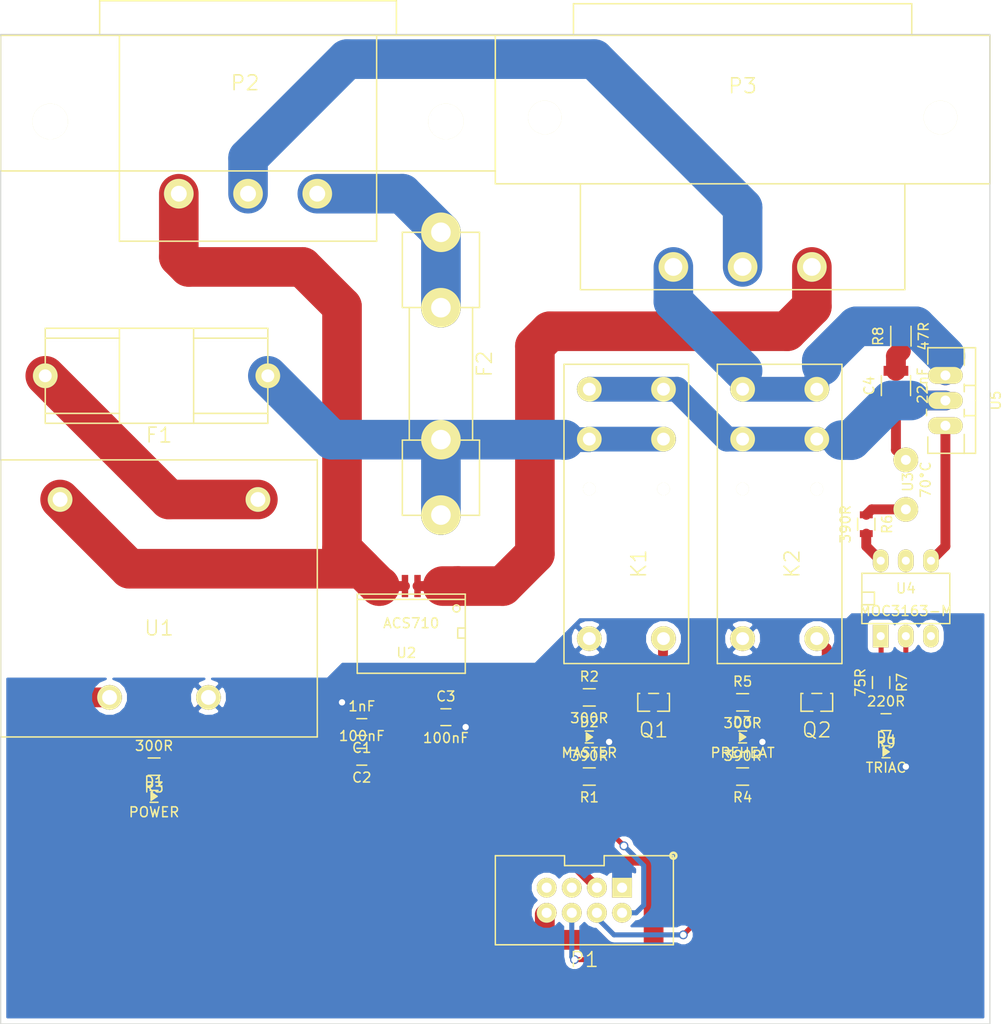
<source format=kicad_pcb>
(kicad_pcb (version 4) (host pcbnew 0.201503020946+5465~21~ubuntu14.04.1-product)

  (general
    (links 68)
    (no_connects 0)
    (area 29.670999 28.270999 131.909 132.050001)
    (thickness 1.6)
    (drawings 4)
    (tracks 212)
    (zones 0)
    (modules 31)
    (nets 36)
  )

  (page A4)
  (layers
    (0 F.Cu signal)
    (31 B.Cu signal)
    (32 B.Adhes user)
    (33 F.Adhes user)
    (34 B.Paste user)
    (35 F.Paste user)
    (36 B.SilkS user)
    (37 F.SilkS user)
    (38 B.Mask user)
    (39 F.Mask user)
    (40 Dwgs.User user)
    (41 Cmts.User user)
    (42 Eco1.User user)
    (43 Eco2.User user)
    (44 Edge.Cuts user)
    (45 Margin user)
    (46 B.CrtYd user)
    (47 F.CrtYd user)
    (48 B.Fab user)
    (49 F.Fab user)
  )

  (setup
    (last_trace_width 0.254)
    (user_trace_width 0.508)
    (user_trace_width 1)
    (user_trace_width 2)
    (user_trace_width 2.5)
    (user_trace_width 4)
    (trace_clearance 0.254)
    (zone_clearance 0.508)
    (zone_45_only yes)
    (trace_min 0.254)
    (segment_width 0.2)
    (edge_width 0.1)
    (via_size 0.889)
    (via_drill 0.635)
    (via_min_size 0.889)
    (via_min_drill 0.508)
    (uvia_size 0.508)
    (uvia_drill 0.127)
    (uvias_allowed no)
    (uvia_min_size 0.508)
    (uvia_min_drill 0.127)
    (pcb_text_width 0.3)
    (pcb_text_size 1.5 1.5)
    (mod_edge_width 0.15)
    (mod_text_size 1 1)
    (mod_text_width 0.15)
    (pad_size 1.5 1.5)
    (pad_drill 0.6)
    (pad_to_mask_clearance 0)
    (aux_axis_origin 0 0)
    (visible_elements FFFFFF7F)
    (pcbplotparams
      (layerselection 0x00030_80000001)
      (usegerberextensions false)
      (excludeedgelayer true)
      (linewidth 0.100000)
      (plotframeref false)
      (viasonmask false)
      (mode 1)
      (useauxorigin false)
      (hpglpennumber 1)
      (hpglpenspeed 20)
      (hpglpendiameter 15)
      (hpglpenoverlay 2)
      (psnegative false)
      (psa4output false)
      (plotreference true)
      (plotvalue true)
      (plotinvisibletext false)
      (padsonsilk false)
      (subtractmaskfromsilk false)
      (outputformat 1)
      (mirror false)
      (drillshape 1)
      (scaleselection 1)
      (outputdirectory ""))
  )

  (net 0 "")
  (net 1 V_OFFSET)
  (net 2 GND)
  (net 3 "Net-(C2-Pad1)")
  (net 4 +5V)
  (net 5 TRIAC_MAINS)
  (net 6 "Net-(C4-Pad2)")
  (net 7 MAINS_LIVE)
  (net 8 "Net-(F1-Pad2)")
  (net 9 "Net-(F2-Pad1)")
  (net 10 "Net-(K1-Pad2)")
  (net 11 "Net-(K2-Pad2)")
  (net 12 LOAD_NEUTRAL)
  (net 13 LOAD_LIVE)
  (net 14 MASTER_RELAY)
  (net 15 PREHEAT_RELAY)
  (net 16 I_SENSE)
  (net 17 TRIAC_TRIG)
  (net 18 /EARTH)
  (net 19 MAINS_NEUTRAL)
  (net 20 "Net-(Q1-Pad1)")
  (net 21 "Net-(Q2-Pad1)")
  (net 22 "Net-(U2-Pad13)")
  (net 23 "Net-(U2-Pad15)")
  (net 24 "Net-(D1-Pad2)")
  (net 25 "Net-(D2-Pad1)")
  (net 26 "Net-(D3-Pad1)")
  (net 27 "Net-(D4-Pad1)")
  (net 28 "Net-(R6-Pad1)")
  (net 29 "Net-(R6-Pad2)")
  (net 30 "Net-(R9-Pad1)")
  (net 31 "Net-(U4-Pad3)")
  (net 32 "Net-(U4-Pad4)")
  (net 33 "Net-(U4-Pad5)")
  (net 34 "Net-(P1-Pad7)")
  (net 35 "Net-(P1-Pad5)")

  (net_class Default "This is the default net class."
    (clearance 0.254)
    (trace_width 0.254)
    (via_dia 0.889)
    (via_drill 0.635)
    (uvia_dia 0.508)
    (uvia_drill 0.127)
    (add_net +5V)
    (add_net /EARTH)
    (add_net GND)
    (add_net I_SENSE)
    (add_net LOAD_LIVE)
    (add_net LOAD_NEUTRAL)
    (add_net MAINS_LIVE)
    (add_net MAINS_NEUTRAL)
    (add_net MASTER_RELAY)
    (add_net "Net-(C2-Pad1)")
    (add_net "Net-(C4-Pad2)")
    (add_net "Net-(D1-Pad2)")
    (add_net "Net-(D2-Pad1)")
    (add_net "Net-(D3-Pad1)")
    (add_net "Net-(D4-Pad1)")
    (add_net "Net-(F1-Pad2)")
    (add_net "Net-(F2-Pad1)")
    (add_net "Net-(K1-Pad2)")
    (add_net "Net-(K2-Pad2)")
    (add_net "Net-(P1-Pad5)")
    (add_net "Net-(P1-Pad7)")
    (add_net "Net-(Q1-Pad1)")
    (add_net "Net-(Q2-Pad1)")
    (add_net "Net-(R6-Pad1)")
    (add_net "Net-(R6-Pad2)")
    (add_net "Net-(R9-Pad1)")
    (add_net "Net-(U2-Pad13)")
    (add_net "Net-(U2-Pad15)")
    (add_net "Net-(U4-Pad3)")
    (add_net "Net-(U4-Pad4)")
    (add_net "Net-(U4-Pad5)")
    (add_net PREHEAT_RELAY)
    (add_net TRIAC_MAINS)
    (add_net TRIAC_TRIG)
    (add_net V_OFFSET)
  )

  (module Wire_Connections_Bridges:WireConnection_1mmDrill (layer F.Cu) (tedit 54F503DD) (tstamp 54F507AC)
    (at 121.5 77 90)
    (path /54F50713)
    (fp_text reference U3 (at -0.2286 0.2032 90) (layer F.SilkS)
      (effects (font (size 1 1) (thickness 0.15)))
    )
    (fp_text value 70°C (at 0 2 90) (layer F.SilkS)
      (effects (font (size 1 1) (thickness 0.15)))
    )
    (pad 1 thru_hole circle (at -3 0 90) (size 2.49936 2.49936) (drill 1.00076) (layers *.Cu *.Mask F.SilkS)
      (net 28 "Net-(R6-Pad1)"))
    (pad 2 thru_hole circle (at 2 0 90) (size 2.49936 2.49936) (drill 1.00076) (layers *.Cu *.Mask F.SilkS)
      (net 5 TRIAC_MAINS))
  )

  (module Capacitors_SMD:C_0805 (layer F.Cu) (tedit 5415D6EA) (tstamp 54F26E0E)
    (at 66.5 102 180)
    (descr "Capacitor SMD 0805, reflow soldering, AVX (see smccp.pdf)")
    (tags "capacitor 0805")
    (path /54E6E944)
    (attr smd)
    (fp_text reference C1 (at 0 -2.1 180) (layer F.SilkS)
      (effects (font (size 1 1) (thickness 0.15)))
    )
    (fp_text value 1nF (at 0 2.1 180) (layer F.SilkS)
      (effects (font (size 1 1) (thickness 0.15)))
    )
    (fp_line (start -1.8 -1) (end 1.8 -1) (layer F.CrtYd) (width 0.05))
    (fp_line (start -1.8 1) (end 1.8 1) (layer F.CrtYd) (width 0.05))
    (fp_line (start -1.8 -1) (end -1.8 1) (layer F.CrtYd) (width 0.05))
    (fp_line (start 1.8 -1) (end 1.8 1) (layer F.CrtYd) (width 0.05))
    (fp_line (start 0.5 -0.85) (end -0.5 -0.85) (layer F.SilkS) (width 0.15))
    (fp_line (start -0.5 0.85) (end 0.5 0.85) (layer F.SilkS) (width 0.15))
    (pad 1 smd rect (at -1 0 180) (size 1 1.25) (layers F.Cu F.Paste F.Mask)
      (net 1 V_OFFSET))
    (pad 2 smd rect (at 1 0 180) (size 1 1.25) (layers F.Cu F.Paste F.Mask)
      (net 2 GND))
    (model Capacitors_SMD/C_0805.wrl
      (at (xyz 0 0 0))
      (scale (xyz 1 1 1))
      (rotate (xyz 0 0 0))
    )
  )

  (module Capacitors_SMD:C_0805 (layer F.Cu) (tedit 5415D6EA) (tstamp 54F26E1A)
    (at 66.5 105 180)
    (descr "Capacitor SMD 0805, reflow soldering, AVX (see smccp.pdf)")
    (tags "capacitor 0805")
    (path /54E6D133)
    (attr smd)
    (fp_text reference C2 (at 0 -2.1 180) (layer F.SilkS)
      (effects (font (size 1 1) (thickness 0.15)))
    )
    (fp_text value 100nF (at 0 2.1 180) (layer F.SilkS)
      (effects (font (size 1 1) (thickness 0.15)))
    )
    (fp_line (start -1.8 -1) (end 1.8 -1) (layer F.CrtYd) (width 0.05))
    (fp_line (start -1.8 1) (end 1.8 1) (layer F.CrtYd) (width 0.05))
    (fp_line (start -1.8 -1) (end -1.8 1) (layer F.CrtYd) (width 0.05))
    (fp_line (start 1.8 -1) (end 1.8 1) (layer F.CrtYd) (width 0.05))
    (fp_line (start 0.5 -0.85) (end -0.5 -0.85) (layer F.SilkS) (width 0.15))
    (fp_line (start -0.5 0.85) (end 0.5 0.85) (layer F.SilkS) (width 0.15))
    (pad 1 smd rect (at -1 0 180) (size 1 1.25) (layers F.Cu F.Paste F.Mask)
      (net 3 "Net-(C2-Pad1)"))
    (pad 2 smd rect (at 1 0 180) (size 1 1.25) (layers F.Cu F.Paste F.Mask)
      (net 2 GND))
    (model Capacitors_SMD/C_0805.wrl
      (at (xyz 0 0 0))
      (scale (xyz 1 1 1))
      (rotate (xyz 0 0 0))
    )
  )

  (module Capacitors_SMD:C_0805 (layer F.Cu) (tedit 5415D6EA) (tstamp 54F26E26)
    (at 75 101)
    (descr "Capacitor SMD 0805, reflow soldering, AVX (see smccp.pdf)")
    (tags "capacitor 0805")
    (path /54E6A771)
    (attr smd)
    (fp_text reference C3 (at 0 -2.1) (layer F.SilkS)
      (effects (font (size 1 1) (thickness 0.15)))
    )
    (fp_text value 100nF (at 0 2.1) (layer F.SilkS)
      (effects (font (size 1 1) (thickness 0.15)))
    )
    (fp_line (start -1.8 -1) (end 1.8 -1) (layer F.CrtYd) (width 0.05))
    (fp_line (start -1.8 1) (end 1.8 1) (layer F.CrtYd) (width 0.05))
    (fp_line (start -1.8 -1) (end -1.8 1) (layer F.CrtYd) (width 0.05))
    (fp_line (start 1.8 -1) (end 1.8 1) (layer F.CrtYd) (width 0.05))
    (fp_line (start 0.5 -0.85) (end -0.5 -0.85) (layer F.SilkS) (width 0.15))
    (fp_line (start -0.5 0.85) (end 0.5 0.85) (layer F.SilkS) (width 0.15))
    (pad 1 smd rect (at -1 0) (size 1 1.25) (layers F.Cu F.Paste F.Mask)
      (net 4 +5V))
    (pad 2 smd rect (at 1 0) (size 1 1.25) (layers F.Cu F.Paste F.Mask)
      (net 2 GND))
    (model Capacitors_SMD/C_0805.wrl
      (at (xyz 0 0 0))
      (scale (xyz 1 1 1))
      (rotate (xyz 0 0 0))
    )
  )

  (module Capacitors_SMD:C_1210 (layer F.Cu) (tedit 5415D85D) (tstamp 54F26E32)
    (at 120.5 67.5 90)
    (descr "Capacitor SMD 1210, reflow soldering, AVX (see smccp.pdf)")
    (tags "capacitor 1210")
    (path /54E536C9)
    (attr smd)
    (fp_text reference C4 (at 0 -2.7 90) (layer F.SilkS)
      (effects (font (size 1 1) (thickness 0.15)))
    )
    (fp_text value 22nF (at 0 2.7 90) (layer F.SilkS)
      (effects (font (size 1 1) (thickness 0.15)))
    )
    (fp_line (start -2.3 -1.6) (end 2.3 -1.6) (layer F.CrtYd) (width 0.05))
    (fp_line (start -2.3 1.6) (end 2.3 1.6) (layer F.CrtYd) (width 0.05))
    (fp_line (start -2.3 -1.6) (end -2.3 1.6) (layer F.CrtYd) (width 0.05))
    (fp_line (start 2.3 -1.6) (end 2.3 1.6) (layer F.CrtYd) (width 0.05))
    (fp_line (start 1 -1.475) (end -1 -1.475) (layer F.SilkS) (width 0.15))
    (fp_line (start -1 1.475) (end 1 1.475) (layer F.SilkS) (width 0.15))
    (pad 1 smd rect (at -1.5 0 90) (size 1 2.5) (layers F.Cu F.Paste F.Mask)
      (net 5 TRIAC_MAINS))
    (pad 2 smd rect (at 1.5 0 90) (size 1 2.5) (layers F.Cu F.Paste F.Mask)
      (net 6 "Net-(C4-Pad2)"))
    (model Capacitors_SMD/C_1210.wrl
      (at (xyz 0 0 0))
      (scale (xyz 1 1 1))
      (rotate (xyz 0 0 0))
    )
  )

  (module power:RZ03-1A4 (layer F.Cu) (tedit 54F251E3) (tstamp 54F26E60)
    (at 94.5 85.5 90)
    (path /54E82543)
    (fp_text reference K1 (at 0 0 90) (layer F.SilkS)
      (effects (font (size 1.5 1.5) (thickness 0.15)))
    )
    (fp_text value MASTER_LIVE (at 0 -2.52 90) (layer F.Fab)
      (effects (font (size 1.5 1.5) (thickness 0.15)))
    )
    (fp_line (start -10.08 -7.56) (end 20.16 -7.56) (layer F.SilkS) (width 0.15))
    (fp_line (start 20.16 -7.56) (end 20.16 5.04) (layer F.SilkS) (width 0.15))
    (fp_line (start 20.16 5.04) (end -10.08 5.04) (layer F.SilkS) (width 0.15))
    (fp_line (start -10.08 5.04) (end -10.08 -7.56) (layer F.SilkS) (width 0.15))
    (pad 1 thru_hole circle (at -7.56 -5 90) (size 2.5 2.5) (drill 1.3) (layers *.Cu *.Mask F.SilkS)
      (net 2 GND))
    (pad 2 thru_hole circle (at -7.56 2.5 90) (size 2.5 2.5) (drill 1.3) (layers *.Cu *.Mask F.SilkS)
      (net 10 "Net-(K1-Pad2)"))
    (pad 3 thru_hole circle (at 12.6 -5 90) (size 2.5 2.5) (drill 1.3) (layers *.Cu *.Mask F.SilkS)
      (net 7 MAINS_LIVE))
    (pad 4 thru_hole circle (at 17.64 -5 90) (size 2.5 2.5) (drill 1.3) (layers *.Cu *.Mask F.SilkS)
      (net 5 TRIAC_MAINS))
    (pad 3 thru_hole circle (at 12.6 2.5 90) (size 2.5 2.5) (drill 1.3) (layers *.Cu *.Mask F.SilkS)
      (net 7 MAINS_LIVE))
    (pad 4 thru_hole circle (at 17.64 2.5 90) (size 2.5 2.5) (drill 1.3) (layers *.Cu *.Mask F.SilkS)
      (net 5 TRIAC_MAINS))
    (pad "" np_thru_hole circle (at 7.56 -5 90) (size 1.3 1.3) (drill 1.3) (layers *.Cu *.Mask F.SilkS))
    (pad "" np_thru_hole circle (at 7.56 2.5 90) (size 1.3 1.3) (drill 1.3) (layers *.Cu *.Mask F.SilkS))
  )

  (module power:RZ03-1A4 (layer F.Cu) (tedit 54F251E3) (tstamp 54F39D4A)
    (at 110 85.5 90)
    (path /54E81150)
    (fp_text reference K2 (at 0 0 90) (layer F.SilkS)
      (effects (font (size 1.5 1.5) (thickness 0.15)))
    )
    (fp_text value PREHEAT (at 0 -2.52 90) (layer F.Fab)
      (effects (font (size 1.5 1.5) (thickness 0.15)))
    )
    (fp_line (start -10.08 -7.56) (end 20.16 -7.56) (layer F.SilkS) (width 0.15))
    (fp_line (start 20.16 -7.56) (end 20.16 5.04) (layer F.SilkS) (width 0.15))
    (fp_line (start 20.16 5.04) (end -10.08 5.04) (layer F.SilkS) (width 0.15))
    (fp_line (start -10.08 5.04) (end -10.08 -7.56) (layer F.SilkS) (width 0.15))
    (pad 1 thru_hole circle (at -7.56 -5 90) (size 2.5 2.5) (drill 1.3) (layers *.Cu *.Mask F.SilkS)
      (net 2 GND))
    (pad 2 thru_hole circle (at -7.56 2.5 90) (size 2.5 2.5) (drill 1.3) (layers *.Cu *.Mask F.SilkS)
      (net 11 "Net-(K2-Pad2)"))
    (pad 3 thru_hole circle (at 12.6 -5 90) (size 2.5 2.5) (drill 1.3) (layers *.Cu *.Mask F.SilkS)
      (net 5 TRIAC_MAINS))
    (pad 4 thru_hole circle (at 17.64 -5 90) (size 2.5 2.5) (drill 1.3) (layers *.Cu *.Mask F.SilkS)
      (net 13 LOAD_LIVE))
    (pad 3 thru_hole circle (at 12.6 2.5 90) (size 2.5 2.5) (drill 1.3) (layers *.Cu *.Mask F.SilkS)
      (net 5 TRIAC_MAINS))
    (pad 4 thru_hole circle (at 17.64 2.5 90) (size 2.5 2.5) (drill 1.3) (layers *.Cu *.Mask F.SilkS)
      (net 13 LOAD_LIVE))
    (pad "" np_thru_hole circle (at 7.56 -5 90) (size 1.3 1.3) (drill 1.3) (layers *.Cu *.Mask F.SilkS))
    (pad "" np_thru_hole circle (at 7.56 2.5 90) (size 1.3 1.3) (drill 1.3) (layers *.Cu *.Mask F.SilkS))
  )

  (module power:GSP1_9103 (layer F.Cu) (tedit 54F2609B) (tstamp 54F26EA7)
    (at 55 40.8 180)
    (path /54F26236)
    (fp_text reference P2 (at 0.3 3.9 180) (layer F.SilkS)
      (effects (font (size 1.5 1.5) (thickness 0.15)))
    )
    (fp_text value MAINS_INLET (at 0.4 0.1 180) (layer F.Fab)
      (effects (font (size 1.5 1.5) (thickness 0.15)))
    )
    (fp_line (start -25 -5) (end -25 8.7) (layer F.SilkS) (width 0.15))
    (fp_line (start 25 -5) (end 25 8.7) (layer F.SilkS) (width 0.15))
    (fp_line (start 13 -12.1) (end 13 8.7) (layer F.SilkS) (width 0.15))
    (fp_line (start -13 -12.1) (end -13 8.7) (layer F.SilkS) (width 0.15))
    (fp_line (start -13 -12.1) (end 13 -12.1) (layer F.SilkS) (width 0.15))
    (fp_line (start -25 -5) (end 25 -5) (layer F.SilkS) (width 0.15))
    (fp_line (start 15 12.2) (end 15 8.7) (layer F.SilkS) (width 0.15))
    (fp_line (start -15 12.2) (end -15 8.7) (layer F.SilkS) (width 0.15))
    (fp_line (start -15 12.2) (end 15 12.2) (layer F.SilkS) (width 0.15))
    (fp_line (start -25 8.7) (end 25 8.7) (layer F.SilkS) (width 0.15))
    (pad "" np_thru_hole circle (at -20 0 180) (size 3.6 3.6) (drill 3.6) (layers *.Cu *.Mask F.SilkS))
    (pad "" np_thru_hole circle (at 20 0 180) (size 3.6 3.6) (drill 3.6) (layers *.Cu *.Mask F.SilkS))
    (pad 3 thru_hole circle (at -7 -7.3 180) (size 3 3) (drill 1.6) (layers *.Cu *.Mask F.SilkS)
      (net 9 "Net-(F2-Pad1)"))
    (pad 1 thru_hole circle (at 0 -7.3 180) (size 3 3) (drill 1.6) (layers *.Cu *.Mask F.SilkS)
      (net 18 /EARTH))
    (pad 2 thru_hole circle (at 7 -7.3 180) (size 3 3) (drill 1.6) (layers *.Cu *.Mask F.SilkS)
      (net 19 MAINS_NEUTRAL))
  )

  (module power:5001 (layer F.Cu) (tedit 54F266DF) (tstamp 54F26EBA)
    (at 105 40.4 180)
    (path /54F262A6)
    (fp_text reference P3 (at 0 3.2 180) (layer F.SilkS)
      (effects (font (size 1.5 1.5) (thickness 0.15)))
    )
    (fp_text value LOAD_OUTLET (at 0 -2 180) (layer F.Fab)
      (effects (font (size 1.5 1.5) (thickness 0.15)))
    )
    (fp_line (start 16.4 -17.4) (end 16.4 -6.7) (layer F.SilkS) (width 0.15))
    (fp_line (start -16.4 -17.4) (end -16.4 -6.7) (layer F.SilkS) (width 0.15))
    (fp_line (start -25 -6.7) (end 25 -6.7) (layer F.SilkS) (width 0.15))
    (fp_line (start 16.4 -17.4) (end -16.4 -17.4) (layer F.SilkS) (width 0.15))
    (fp_line (start 17.1 11.5) (end 17.1 8.3) (layer F.SilkS) (width 0.15))
    (fp_line (start -17.1 11.5) (end -17.1 8.3) (layer F.SilkS) (width 0.15))
    (fp_line (start 17.1 11.5) (end -17.1 11.5) (layer F.SilkS) (width 0.15))
    (fp_line (start 25 8.3) (end -25 8.3) (layer F.SilkS) (width 0.15))
    (fp_line (start 25 8.3) (end 25 -6.7) (layer F.SilkS) (width 0.15))
    (fp_line (start -25 8.3) (end -25 -6.7) (layer F.SilkS) (width 0.15))
    (pad 2 thru_hole circle (at -7 -15.1 180) (size 3 3) (drill 1.8) (layers *.Cu *.Mask F.SilkS)
      (net 12 LOAD_NEUTRAL))
    (pad 1 thru_hole circle (at 0 -15.1 180) (size 3 3) (drill 1.8) (layers *.Cu *.Mask F.SilkS)
      (net 18 /EARTH))
    (pad 3 thru_hole circle (at 7 -15.1 180) (size 3 3) (drill 1.8) (layers *.Cu *.Mask F.SilkS)
      (net 13 LOAD_LIVE))
    (pad "" np_thru_hole circle (at -20 0 180) (size 3.4 3.4) (drill 3.4) (layers *.Cu *.Mask F.SilkS))
    (pad "" np_thru_hole circle (at 20 0 180) (size 3.4 3.4) (drill 3.4) (layers *.Cu *.Mask F.SilkS))
  )

  (module power:SOT23 (layer F.Cu) (tedit 54F788CF) (tstamp 54F26EC8)
    (at 96 100.5)
    (path /54E81E97)
    (fp_text reference Q1 (at 0 1.8) (layer F.SilkS)
      (effects (font (size 1.5 1.5) (thickness 0.15)))
    )
    (fp_text value BC817-40 (at 0 -3.4) (layer F.Fab) hide
      (effects (font (size 1.5 1.5) (thickness 0.15)))
    )
    (fp_line (start 0.4 -0.1) (end 1.6 -0.1) (layer F.SilkS) (width 0.15))
    (fp_line (start -1.4 -1.9) (end -1.6 -1.9) (layer F.SilkS) (width 0.15))
    (fp_line (start -1.6 -1.9) (end -1.6 -0.1) (layer F.SilkS) (width 0.15))
    (fp_line (start -1.6 -0.1) (end -0.4 -0.1) (layer F.SilkS) (width 0.15))
    (fp_line (start 0.5 -1.9) (end -0.5 -1.9) (layer F.SilkS) (width 0.15))
    (fp_line (start 1.6 -0.1) (end 1.6 -1.9) (layer F.SilkS) (width 0.15))
    (fp_line (start 1.6 -1.9) (end 1.4 -1.9) (layer F.SilkS) (width 0.15))
    (pad 1 smd rect (at -0.95 -2) (size 0.6 0.7) (layers F.Cu F.Paste F.Mask)
      (net 20 "Net-(Q1-Pad1)"))
    (pad 2 smd rect (at 0.95 -2) (size 0.6 0.7) (layers F.Cu F.Paste F.Mask)
      (net 10 "Net-(K1-Pad2)"))
    (pad 3 smd rect (at 0 0) (size 0.6 0.7) (layers F.Cu F.Paste F.Mask)
      (net 4 +5V))
  )

  (module power:SOT23 (layer F.Cu) (tedit 54F788D2) (tstamp 54F26EE4)
    (at 112.5 100.5)
    (path /54EA7C9D)
    (fp_text reference Q2 (at 0 1.8) (layer F.SilkS)
      (effects (font (size 1.5 1.5) (thickness 0.15)))
    )
    (fp_text value BC817-40 (at 0 -3.4) (layer F.Fab) hide
      (effects (font (size 1.5 1.5) (thickness 0.15)))
    )
    (fp_line (start 0.4 -0.1) (end 1.6 -0.1) (layer F.SilkS) (width 0.15))
    (fp_line (start -1.4 -1.9) (end -1.6 -1.9) (layer F.SilkS) (width 0.15))
    (fp_line (start -1.6 -1.9) (end -1.6 -0.1) (layer F.SilkS) (width 0.15))
    (fp_line (start -1.6 -0.1) (end -0.4 -0.1) (layer F.SilkS) (width 0.15))
    (fp_line (start 0.5 -1.9) (end -0.5 -1.9) (layer F.SilkS) (width 0.15))
    (fp_line (start 1.6 -0.1) (end 1.6 -1.9) (layer F.SilkS) (width 0.15))
    (fp_line (start 1.6 -1.9) (end 1.4 -1.9) (layer F.SilkS) (width 0.15))
    (pad 1 smd rect (at -0.95 -2) (size 0.6 0.7) (layers F.Cu F.Paste F.Mask)
      (net 21 "Net-(Q2-Pad1)"))
    (pad 2 smd rect (at 0.95 -2) (size 0.6 0.7) (layers F.Cu F.Paste F.Mask)
      (net 11 "Net-(K2-Pad2)"))
    (pad 3 smd rect (at 0 0) (size 0.6 0.7) (layers F.Cu F.Paste F.Mask)
      (net 4 +5V))
  )

  (module Resistors_SMD:R_0805 (layer F.Cu) (tedit 5415CDEB) (tstamp 54F26EF0)
    (at 89.5 107 180)
    (descr "Resistor SMD 0805, reflow soldering, Vishay (see dcrcw.pdf)")
    (tags "resistor 0805")
    (path /54E81E83)
    (attr smd)
    (fp_text reference R1 (at 0 -2.1 180) (layer F.SilkS)
      (effects (font (size 1 1) (thickness 0.15)))
    )
    (fp_text value 390R (at 0 2.1 180) (layer F.SilkS)
      (effects (font (size 1 1) (thickness 0.15)))
    )
    (fp_line (start -1.6 -1) (end 1.6 -1) (layer F.CrtYd) (width 0.05))
    (fp_line (start -1.6 1) (end 1.6 1) (layer F.CrtYd) (width 0.05))
    (fp_line (start -1.6 -1) (end -1.6 1) (layer F.CrtYd) (width 0.05))
    (fp_line (start 1.6 -1) (end 1.6 1) (layer F.CrtYd) (width 0.05))
    (fp_line (start 0.6 0.875) (end -0.6 0.875) (layer F.SilkS) (width 0.15))
    (fp_line (start -0.6 -0.875) (end 0.6 -0.875) (layer F.SilkS) (width 0.15))
    (pad 1 smd rect (at -0.95 0 180) (size 0.7 1.3) (layers F.Cu F.Paste F.Mask)
      (net 20 "Net-(Q1-Pad1)"))
    (pad 2 smd rect (at 0.95 0 180) (size 0.7 1.3) (layers F.Cu F.Paste F.Mask)
      (net 14 MASTER_RELAY))
    (model Resistors_SMD/R_0805.wrl
      (at (xyz 0 0 0))
      (scale (xyz 1 1 1))
      (rotate (xyz 0 0 0))
    )
  )

  (module Resistors_SMD:R_0805 (layer F.Cu) (tedit 5415CDEB) (tstamp 54F26F08)
    (at 105 107 180)
    (descr "Resistor SMD 0805, reflow soldering, Vishay (see dcrcw.pdf)")
    (tags "resistor 0805")
    (path /54E9E5AF)
    (attr smd)
    (fp_text reference R4 (at 0 -2.1 180) (layer F.SilkS)
      (effects (font (size 1 1) (thickness 0.15)))
    )
    (fp_text value 390R (at 0 2.1 180) (layer F.SilkS)
      (effects (font (size 1 1) (thickness 0.15)))
    )
    (fp_line (start -1.6 -1) (end 1.6 -1) (layer F.CrtYd) (width 0.05))
    (fp_line (start -1.6 1) (end 1.6 1) (layer F.CrtYd) (width 0.05))
    (fp_line (start -1.6 -1) (end -1.6 1) (layer F.CrtYd) (width 0.05))
    (fp_line (start 1.6 -1) (end 1.6 1) (layer F.CrtYd) (width 0.05))
    (fp_line (start 0.6 0.875) (end -0.6 0.875) (layer F.SilkS) (width 0.15))
    (fp_line (start -0.6 -0.875) (end 0.6 -0.875) (layer F.SilkS) (width 0.15))
    (pad 1 smd rect (at -0.95 0 180) (size 0.7 1.3) (layers F.Cu F.Paste F.Mask)
      (net 21 "Net-(Q2-Pad1)"))
    (pad 2 smd rect (at 0.95 0 180) (size 0.7 1.3) (layers F.Cu F.Paste F.Mask)
      (net 15 PREHEAT_RELAY))
    (model Resistors_SMD/R_0805.wrl
      (at (xyz 0 0 0))
      (scale (xyz 1 1 1))
      (rotate (xyz 0 0 0))
    )
  )

  (module Resistors_SMD:R_0805 (layer F.Cu) (tedit 5415CDEB) (tstamp 54F26F14)
    (at 117.5 81.5 270)
    (descr "Resistor SMD 0805, reflow soldering, Vishay (see dcrcw.pdf)")
    (tags "resistor 0805")
    (path /54E52E94)
    (attr smd)
    (fp_text reference R6 (at 0 -2.1 270) (layer F.SilkS)
      (effects (font (size 1 1) (thickness 0.15)))
    )
    (fp_text value 390R (at 0 2.1 270) (layer F.SilkS)
      (effects (font (size 1 1) (thickness 0.15)))
    )
    (fp_line (start -1.6 -1) (end 1.6 -1) (layer F.CrtYd) (width 0.05))
    (fp_line (start -1.6 1) (end 1.6 1) (layer F.CrtYd) (width 0.05))
    (fp_line (start -1.6 -1) (end -1.6 1) (layer F.CrtYd) (width 0.05))
    (fp_line (start 1.6 -1) (end 1.6 1) (layer F.CrtYd) (width 0.05))
    (fp_line (start 0.6 0.875) (end -0.6 0.875) (layer F.SilkS) (width 0.15))
    (fp_line (start -0.6 -0.875) (end 0.6 -0.875) (layer F.SilkS) (width 0.15))
    (pad 1 smd rect (at -0.95 0 270) (size 0.7 1.3) (layers F.Cu F.Paste F.Mask)
      (net 28 "Net-(R6-Pad1)"))
    (pad 2 smd rect (at 0.95 0 270) (size 0.7 1.3) (layers F.Cu F.Paste F.Mask)
      (net 29 "Net-(R6-Pad2)"))
    (model Resistors_SMD/R_0805.wrl
      (at (xyz 0 0 0))
      (scale (xyz 1 1 1))
      (rotate (xyz 0 0 0))
    )
  )

  (module Capacitors_SMD:C_1206 (layer F.Cu) (tedit 5415D7BD) (tstamp 54F26F20)
    (at 121 62.5 90)
    (descr "Capacitor SMD 1206, reflow soldering, AVX (see smccp.pdf)")
    (tags "capacitor 1206")
    (path /54E5366C)
    (attr smd)
    (fp_text reference R8 (at 0 -2.3 90) (layer F.SilkS)
      (effects (font (size 1 1) (thickness 0.15)))
    )
    (fp_text value 47R (at 0 2.3 90) (layer F.SilkS)
      (effects (font (size 1 1) (thickness 0.15)))
    )
    (fp_line (start -2.3 -1.15) (end 2.3 -1.15) (layer F.CrtYd) (width 0.05))
    (fp_line (start -2.3 1.15) (end 2.3 1.15) (layer F.CrtYd) (width 0.05))
    (fp_line (start -2.3 -1.15) (end -2.3 1.15) (layer F.CrtYd) (width 0.05))
    (fp_line (start 2.3 -1.15) (end 2.3 1.15) (layer F.CrtYd) (width 0.05))
    (fp_line (start 1 -1.025) (end -1 -1.025) (layer F.SilkS) (width 0.15))
    (fp_line (start -1 1.025) (end 1 1.025) (layer F.SilkS) (width 0.15))
    (pad 1 smd rect (at -1.5 0 90) (size 1 1.6) (layers F.Cu F.Paste F.Mask)
      (net 6 "Net-(C4-Pad2)"))
    (pad 2 smd rect (at 1.5 0 90) (size 1 1.6) (layers F.Cu F.Paste F.Mask)
      (net 13 LOAD_LIVE))
    (model Capacitors_SMD/C_1206.wrl
      (at (xyz 0 0 0))
      (scale (xyz 1 1 1))
      (rotate (xyz 0 0 0))
    )
  )

  (module Capacitors_SMD:C_0805 (layer F.Cu) (tedit 5415D6EA) (tstamp 54F26F2C)
    (at 119.5 101.5 180)
    (descr "Capacitor SMD 0805, reflow soldering, AVX (see smccp.pdf)")
    (tags "capacitor 0805")
    (path /54E53E1C)
    (attr smd)
    (fp_text reference R9 (at 0 -2.1 180) (layer F.SilkS)
      (effects (font (size 1 1) (thickness 0.15)))
    )
    (fp_text value 220R (at 0 2.1 180) (layer F.SilkS)
      (effects (font (size 1 1) (thickness 0.15)))
    )
    (fp_line (start -1.8 -1) (end 1.8 -1) (layer F.CrtYd) (width 0.05))
    (fp_line (start -1.8 1) (end 1.8 1) (layer F.CrtYd) (width 0.05))
    (fp_line (start -1.8 -1) (end -1.8 1) (layer F.CrtYd) (width 0.05))
    (fp_line (start 1.8 -1) (end 1.8 1) (layer F.CrtYd) (width 0.05))
    (fp_line (start 0.5 -0.85) (end -0.5 -0.85) (layer F.SilkS) (width 0.15))
    (fp_line (start -0.5 0.85) (end 0.5 0.85) (layer F.SilkS) (width 0.15))
    (pad 1 smd rect (at -1 0 180) (size 1 1.25) (layers F.Cu F.Paste F.Mask)
      (net 30 "Net-(R9-Pad1)"))
    (pad 2 smd rect (at 1 0 180) (size 1 1.25) (layers F.Cu F.Paste F.Mask)
      (net 2 GND))
    (model Capacitors_SMD/C_0805.wrl
      (at (xyz 0 0 0))
      (scale (xyz 1 1 1))
      (rotate (xyz 0 0 0))
    )
  )

  (module power:VTX214 (layer F.Cu) (tedit 54F241C1) (tstamp 54F26F38)
    (at 46 89)
    (path /54EA4561)
    (fp_text reference U1 (at 0 3) (layer F.SilkS)
      (effects (font (size 1.5 1.5) (thickness 0.15)))
    )
    (fp_text value VTX214 (at 0 -4) (layer F.Fab)
      (effects (font (size 1.5 1.5) (thickness 0.15)))
    )
    (fp_line (start -16 14) (end 16 14) (layer F.SilkS) (width 0.15))
    (fp_line (start 16 14) (end 16 -14) (layer F.SilkS) (width 0.15))
    (fp_line (start 16 -14) (end -16 -14) (layer F.SilkS) (width 0.15))
    (fp_line (start -16 -14) (end -16 14) (layer F.SilkS) (width 0.15))
    (pad 3 thru_hole circle (at -5 10) (size 2.5 2.5) (drill 1.5) (layers *.Cu *.Mask F.SilkS)
      (net 4 +5V))
    (pad 4 thru_hole circle (at 5 10) (size 2.5 2.5) (drill 1.5) (layers *.Cu *.Mask F.SilkS)
      (net 2 GND))
    (pad 2 thru_hole circle (at -10 -10) (size 2.5 2.5) (drill 1.5) (layers *.Cu *.Mask F.SilkS)
      (net 19 MAINS_NEUTRAL))
    (pad 1 thru_hole circle (at 10 -10) (size 2.5 2.5) (drill 1.5) (layers *.Cu *.Mask F.SilkS)
      (net 8 "Net-(F1-Pad2)"))
  )

  (module power:SOIC16W-chunky (layer F.Cu) (tedit 54F3D3B2) (tstamp 54F39D39)
    (at 71.5 92.5 180)
    (descr "Module CMS SOJ 16 pins tres large")
    (tags "CMS SOJ")
    (path /54E71955)
    (attr smd)
    (fp_text reference U2 (at 0.5 -2 180) (layer F.SilkS)
      (effects (font (size 1 1) (thickness 0.15)))
    )
    (fp_text value ACS710 (at 0 1 180) (layer F.SilkS)
      (effects (font (size 1 1) (thickness 0.15)))
    )
    (fp_line (start -5.4 3.4) (end 5.4 3.4) (layer F.SilkS) (width 0.15))
    (fp_circle (center -4.572 2.486) (end -4.318 2.232) (layer F.SilkS) (width 0.15))
    (fp_line (start -5.461 3.937) (end -5.461 -4.064) (layer F.SilkS) (width 0.15))
    (fp_line (start 5.461 -4.064) (end 5.461 3.937) (layer F.SilkS) (width 0.15))
    (fp_line (start -5.461 -4.064) (end 5.461 -4.064) (layer F.SilkS) (width 0.15))
    (fp_line (start 5.461 3.937) (end -5.461 3.937) (layer F.SilkS) (width 0.15))
    (fp_line (start -5.461 -0.508) (end -4.699 -0.508) (layer F.SilkS) (width 0.15))
    (fp_line (start -4.699 -0.508) (end -4.699 0.508) (layer F.SilkS) (width 0.15))
    (fp_line (start -4.699 0.508) (end -5.461 0.508) (layer F.SilkS) (width 0.15))
    (pad 1 smd rect (at -4.445 4.75 180) (size 0.65 2.25) (layers F.Cu F.Paste F.Mask)
      (net 12 LOAD_NEUTRAL))
    (pad 2 smd rect (at -3.175 4.75 180) (size 0.75 2.25) (layers F.Cu F.Paste F.Mask)
      (net 12 LOAD_NEUTRAL))
    (pad 3 smd rect (at -1.905 4.75 180) (size 0.65 2.25) (layers F.Cu F.Paste F.Mask)
      (net 12 LOAD_NEUTRAL))
    (pad 4 smd rect (at -0.635 4.75 180) (size 0.65 2.25) (layers F.Cu F.Paste F.Mask)
      (net 12 LOAD_NEUTRAL))
    (pad 5 smd rect (at 0.635 4.75 180) (size 0.65 2.25) (layers F.Cu F.Paste F.Mask)
      (net 19 MAINS_NEUTRAL))
    (pad 6 smd rect (at 1.905 4.75 180) (size 0.65 2.25) (layers F.Cu F.Paste F.Mask)
      (net 19 MAINS_NEUTRAL))
    (pad 7 smd rect (at 3.175 4.75 180) (size 0.65 2.25) (layers F.Cu F.Paste F.Mask)
      (net 19 MAINS_NEUTRAL))
    (pad 8 smd rect (at 4.445 4.75 180) (size 0.65 2.25) (layers F.Cu F.Paste F.Mask)
      (net 19 MAINS_NEUTRAL))
    (pad 9 smd rect (at 4.445 -4.75 180) (size 0.65 2.25) (layers F.Cu F.Paste F.Mask)
      (net 2 GND))
    (pad 10 smd rect (at 3.175 -4.75 180) (size 0.65 2.25) (layers F.Cu F.Paste F.Mask)
      (net 1 V_OFFSET))
    (pad 11 smd rect (at 1.905 -4.75 180) (size 0.65 2.25) (layers F.Cu F.Paste F.Mask)
      (net 3 "Net-(C2-Pad1)"))
    (pad 12 smd rect (at 0.635 -4.75 180) (size 0.65 2.25) (layers F.Cu F.Paste F.Mask)
      (net 16 I_SENSE))
    (pad 13 smd rect (at -0.635 -4.75 180) (size 0.65 2.25) (layers F.Cu F.Paste F.Mask)
      (net 22 "Net-(U2-Pad13)"))
    (pad 14 smd rect (at -1.905 -4.75 180) (size 0.65 2.25) (layers F.Cu F.Paste F.Mask)
      (net 4 +5V))
    (pad 15 smd rect (at -3.175 -4.75 180) (size 0.65 2.25) (layers F.Cu F.Paste F.Mask)
      (net 23 "Net-(U2-Pad15)"))
    (pad 16 smd rect (at -4.445 -4.75 180) (size 0.65 2.25) (layers F.Cu F.Paste F.Mask)
      (net 2 GND))
    (model SMD_Packages/SO-16-W.wrl
      (at (xyz 0 0 0))
      (scale (xyz 0.5 0.6 0.5))
      (rotate (xyz 0 0 0))
    )
  )

  (module Sockets_DIP:DIP-6__300_ELL (layer F.Cu) (tedit 54F26CE9) (tstamp 54F26F66)
    (at 121.5 89)
    (descr "6 pins DIL package, elliptical pads")
    (tags DIL)
    (path /54E528C7)
    (fp_text reference U4 (at 0 -1.016) (layer F.SilkS)
      (effects (font (size 1 1) (thickness 0.15)))
    )
    (fp_text value MOC3163-M (at 0 1.27) (layer F.SilkS)
      (effects (font (size 1 1) (thickness 0.15)))
    )
    (fp_line (start -4.445 -2.54) (end 4.445 -2.54) (layer F.SilkS) (width 0.15))
    (fp_line (start 4.445 -2.54) (end 4.445 2.54) (layer F.SilkS) (width 0.15))
    (fp_line (start 4.445 2.54) (end -4.445 2.54) (layer F.SilkS) (width 0.15))
    (fp_line (start -4.445 2.54) (end -4.445 -2.54) (layer F.SilkS) (width 0.15))
    (fp_line (start -4.445 -0.635) (end -3.175 -0.635) (layer F.SilkS) (width 0.15))
    (fp_line (start -3.175 -0.635) (end -3.175 0.635) (layer F.SilkS) (width 0.15))
    (fp_line (start -3.175 0.635) (end -4.445 0.635) (layer F.SilkS) (width 0.15))
    (pad 1 thru_hole rect (at -2.54 3.81) (size 1.5748 2.286) (drill 0.8128) (layers *.Cu *.Mask F.SilkS)
      (net 17 TRIAC_TRIG))
    (pad 2 thru_hole oval (at 0 3.81) (size 1.5748 2.286) (drill 0.8128) (layers *.Cu *.Mask F.SilkS)
      (net 30 "Net-(R9-Pad1)"))
    (pad 3 thru_hole oval (at 2.54 3.81) (size 1.5748 2.286) (drill 0.8128) (layers *.Cu *.Mask F.SilkS)
      (net 31 "Net-(U4-Pad3)"))
    (pad 4 thru_hole oval (at 2.54 -3.81) (size 1.5748 2.286) (drill 0.8128) (layers *.Cu *.Mask F.SilkS)
      (net 32 "Net-(U4-Pad4)"))
    (pad 5 thru_hole oval (at 0 -3.81) (size 1.5748 2.286) (drill 0.8128) (layers *.Cu *.Mask F.SilkS)
      (net 33 "Net-(U4-Pad5)"))
    (pad 6 thru_hole oval (at -2.54 -3.81) (size 1.5748 2.286) (drill 0.8128) (layers *.Cu *.Mask F.SilkS)
      (net 29 "Net-(R6-Pad2)"))
    (model Sockets_DIP/DIP-6__300_ELL.wrl
      (at (xyz 0 0 0))
      (scale (xyz 1 1 1))
      (rotate (xyz 0 0 0))
    )
  )

  (module power:5x20_clip (layer F.Cu) (tedit 54F38D58) (tstamp 54F3CFFB)
    (at 46 66.5 180)
    (path /54F252EE)
    (fp_text reference F1 (at 0 -6 180) (layer F.SilkS)
      (effects (font (size 1.5 1.5) (thickness 0.15)))
    )
    (fp_text value 100mA (at 0 6 180) (layer F.Fab)
      (effects (font (size 1.5 1.5) (thickness 0.15)))
    )
    (fp_line (start 4 3.8) (end 11.5 3.8) (layer F.SilkS) (width 0.15))
    (fp_line (start 4 -4.8) (end 4 4.8) (layer F.SilkS) (width 0.15))
    (fp_line (start 4 -3.8) (end 11.5 -3.8) (layer F.SilkS) (width 0.15))
    (fp_line (start -3.5 4.7) (end -3.5 -4.8) (layer F.SilkS) (width 0.15))
    (fp_line (start -3.5 3.8) (end -11 3.8) (layer F.SilkS) (width 0.15))
    (fp_line (start -3.5 -3.8) (end -11 -3.8) (layer F.SilkS) (width 0.15))
    (fp_line (start -11 4.8) (end 11.5 4.8) (layer F.SilkS) (width 0.15))
    (fp_line (start 11.5 4.8) (end 11.5 -4.8) (layer F.SilkS) (width 0.15))
    (fp_line (start 11.5 -4.8) (end -11 -4.8) (layer F.SilkS) (width 0.15))
    (fp_line (start -11 -4.8) (end -11 4.8) (layer F.SilkS) (width 0.15))
    (pad 1 thru_hole circle (at -11 0 180) (size 2.5 2.5) (drill 1.3) (layers *.Cu *.Mask F.SilkS)
      (net 7 MAINS_LIVE))
    (pad 2 thru_hole circle (at 11.5 0 180) (size 2.5 2.5) (drill 1.3) (layers *.Cu *.Mask F.SilkS)
      (net 8 "Net-(F1-Pad2)"))
  )

  (module power:BS1362_clip (layer F.Cu) (tedit 54F3899B) (tstamp 54F3D00E)
    (at 74.5 52 270)
    (path /54F25289)
    (fp_text reference F2 (at 13.3 -4.4 270) (layer F.SilkS)
      (effects (font (size 1.5 1.5) (thickness 0.15)))
    )
    (fp_text value 13A (at 15 4.7 270) (layer F.Fab)
      (effects (font (size 1.5 1.5) (thickness 0.15)))
    )
    (fp_line (start 7.6 -3.2) (end 21 -3.2) (layer F.SilkS) (width 0.15))
    (fp_line (start 21 3.2) (end 7.6 3.2) (layer F.SilkS) (width 0.15))
    (fp_line (start 21 -3.9) (end 21 3.9) (layer F.SilkS) (width 0.15))
    (fp_line (start 21 3.9) (end 28.6 3.9) (layer F.SilkS) (width 0.15))
    (fp_line (start 28.6 3.9) (end 28.6 -3.9) (layer F.SilkS) (width 0.15))
    (fp_line (start 28.6 -3.9) (end 21 -3.9) (layer F.SilkS) (width 0.15))
    (fp_line (start 0 -3.9) (end 7.6 -3.9) (layer F.SilkS) (width 0.15))
    (fp_line (start 7.6 -3.9) (end 7.6 3.9) (layer F.SilkS) (width 0.15))
    (fp_line (start 7.6 3.9) (end 0 3.9) (layer F.SilkS) (width 0.15))
    (fp_line (start 0 -3.9) (end 0 3.9) (layer F.SilkS) (width 0.15))
    (pad 1 thru_hole circle (at 0 0 270) (size 4 4) (drill 1.98) (layers *.Cu *.Mask F.SilkS)
      (net 9 "Net-(F2-Pad1)"))
    (pad 1 thru_hole circle (at 7.62 0 270) (size 4 4) (drill 1.98) (layers *.Cu *.Mask F.SilkS)
      (net 9 "Net-(F2-Pad1)"))
    (pad 2 thru_hole circle (at 28.575 0 270) (size 4 4) (drill 1.98) (layers *.Cu *.Mask F.SilkS)
      (net 7 MAINS_LIVE))
    (pad 2 thru_hole circle (at 20.955 0 270) (size 4 4) (drill 1.98) (layers *.Cu *.Mask F.SilkS)
      (net 7 MAINS_LIVE))
  )

  (module Transistors_TO-220:TO-220_Neutral123_Vertical_LargePads (layer F.Cu) (tedit 54F391D0) (tstamp 54F3A89C)
    (at 125.5 69 270)
    (descr "TO-220, Neutral, Vertical, Large Pads,")
    (tags "TO-220, Neutral, Vertical, Large Pads,")
    (path /54E5283F)
    (fp_text reference U5 (at 0 -5.08 270) (layer F.SilkS)
      (effects (font (size 1 1) (thickness 0.15)))
    )
    (fp_text value BTA16-800BRG (at 0 3.81 270) (layer F.SilkS) hide
      (effects (font (size 1 1) (thickness 0.15)))
    )
    (fp_line (start 5.334 -1.905) (end 3.429 -1.905) (layer F.SilkS) (width 0.15))
    (fp_line (start 0.889 -1.905) (end 1.651 -1.905) (layer F.SilkS) (width 0.15))
    (fp_line (start -1.524 -1.905) (end -1.651 -1.905) (layer F.SilkS) (width 0.15))
    (fp_line (start -1.524 -1.905) (end -0.889 -1.905) (layer F.SilkS) (width 0.15))
    (fp_line (start -5.334 -1.905) (end -3.556 -1.905) (layer F.SilkS) (width 0.15))
    (fp_line (start -5.334 1.778) (end -3.683 1.778) (layer F.SilkS) (width 0.15))
    (fp_line (start -1.016 1.905) (end -1.651 1.905) (layer F.SilkS) (width 0.15))
    (fp_line (start 1.524 1.905) (end 0.889 1.905) (layer F.SilkS) (width 0.15))
    (fp_line (start 5.334 1.778) (end 3.683 1.778) (layer F.SilkS) (width 0.15))
    (fp_line (start -1.524 -3.048) (end -1.524 -1.905) (layer F.SilkS) (width 0.15))
    (fp_line (start 1.524 -3.048) (end 1.524 -1.905) (layer F.SilkS) (width 0.15))
    (fp_line (start 5.334 -1.905) (end 5.334 1.778) (layer F.SilkS) (width 0.15))
    (fp_line (start -5.334 1.778) (end -5.334 -1.905) (layer F.SilkS) (width 0.15))
    (fp_line (start 5.334 -3.048) (end 5.334 -1.905) (layer F.SilkS) (width 0.15))
    (fp_line (start -5.334 -1.905) (end -5.334 -3.048) (layer F.SilkS) (width 0.15))
    (fp_line (start 0 -3.048) (end -5.334 -3.048) (layer F.SilkS) (width 0.15))
    (fp_line (start 0 -3.048) (end 5.334 -3.048) (layer F.SilkS) (width 0.15))
    (pad 2 thru_hole oval (at 0 0) (size 3.50012 1.69926) (drill 1.00076) (layers *.Cu *.Mask F.SilkS)
      (net 5 TRIAC_MAINS))
    (pad 1 thru_hole oval (at -2.54 0) (size 3.50012 1.69926) (drill 1.00076) (layers *.Cu *.Mask F.SilkS)
      (net 13 LOAD_LIVE))
    (pad 3 thru_hole oval (at 2.54 0) (size 3.50012 1.69926) (drill 1.00076) (layers *.Cu *.Mask F.SilkS)
      (net 32 "Net-(U4-Pad4)"))
    (model Transistors_TO-220/TO-220_Neutral123_Vertical_LargePads.wrl
      (at (xyz 0 0 0))
      (scale (xyz 0.3937 0.3937 0.3937))
      (rotate (xyz 0 0 0))
    )
  )

  (module power:LED-0805 (layer F.Cu) (tedit 54F77BEF) (tstamp 54F7890A)
    (at 45.5 109)
    (descr "LED 0805 smd package")
    (tags "LED 0805 SMD")
    (path /54F7858E)
    (attr smd)
    (fp_text reference D1 (at 0 -1.5) (layer F.SilkS)
      (effects (font (size 1 1) (thickness 0.15)))
    )
    (fp_text value POWER (at 0 1.6) (layer F.SilkS)
      (effects (font (size 1 1) (thickness 0.15)))
    )
    (fp_line (start -0.4 0.6) (end 0.4 0.6) (layer F.SilkS) (width 0.15))
    (fp_line (start -0.4 -0.6) (end 0.4 -0.6) (layer F.SilkS) (width 0.15))
    (fp_line (start -0.2 0) (end 0 0) (layer F.SilkS) (width 0.15))
    (fp_line (start -0.2 -0.2) (end -0.2 0.2) (layer F.SilkS) (width 0.15))
    (fp_line (start -0.2 0.2) (end 0.1 0) (layer F.SilkS) (width 0.15))
    (fp_line (start 0.1 0) (end -0.2 -0.2) (layer F.SilkS) (width 0.15))
    (fp_line (start 0.3 0) (end -0.3 0.4) (layer F.SilkS) (width 0.15))
    (fp_line (start -0.3 -0.4) (end 0.3 0) (layer F.SilkS) (width 0.15))
    (fp_line (start -0.3 -0.4) (end -0.3 0.4) (layer F.SilkS) (width 0.15))
    (pad 1 smd rect (at -0.8 0) (size 0.5 1.1) (layers F.Cu F.Paste F.Mask)
      (net 4 +5V))
    (pad 2 smd rect (at 0.8 0) (size 0.5 1.1) (layers F.Cu F.Paste F.Mask)
      (net 24 "Net-(D1-Pad2)"))
  )

  (module power:LED-0805 (layer F.Cu) (tedit 54F77BEF) (tstamp 54F78C47)
    (at 89.5 103)
    (descr "LED 0805 smd package")
    (tags "LED 0805 SMD")
    (path /54F78F0F)
    (attr smd)
    (fp_text reference D2 (at 0 -1.5) (layer F.SilkS)
      (effects (font (size 1 1) (thickness 0.15)))
    )
    (fp_text value MASTER (at 0 1.6) (layer F.SilkS)
      (effects (font (size 1 1) (thickness 0.15)))
    )
    (fp_line (start -0.4 0.6) (end 0.4 0.6) (layer F.SilkS) (width 0.15))
    (fp_line (start -0.4 -0.6) (end 0.4 -0.6) (layer F.SilkS) (width 0.15))
    (fp_line (start -0.2 0) (end 0 0) (layer F.SilkS) (width 0.15))
    (fp_line (start -0.2 -0.2) (end -0.2 0.2) (layer F.SilkS) (width 0.15))
    (fp_line (start -0.2 0.2) (end 0.1 0) (layer F.SilkS) (width 0.15))
    (fp_line (start 0.1 0) (end -0.2 -0.2) (layer F.SilkS) (width 0.15))
    (fp_line (start 0.3 0) (end -0.3 0.4) (layer F.SilkS) (width 0.15))
    (fp_line (start -0.3 -0.4) (end 0.3 0) (layer F.SilkS) (width 0.15))
    (fp_line (start -0.3 -0.4) (end -0.3 0.4) (layer F.SilkS) (width 0.15))
    (pad 1 smd rect (at -0.8 0) (size 0.5 1.1) (layers F.Cu F.Paste F.Mask)
      (net 25 "Net-(D2-Pad1)"))
    (pad 2 smd rect (at 0.8 0) (size 0.5 1.1) (layers F.Cu F.Paste F.Mask)
      (net 2 GND))
  )

  (module power:LED-0805 (layer F.Cu) (tedit 54F77BEF) (tstamp 54F78928)
    (at 105 103)
    (descr "LED 0805 smd package")
    (tags "LED 0805 SMD")
    (path /54F7952C)
    (attr smd)
    (fp_text reference D3 (at 0 -1.5) (layer F.SilkS)
      (effects (font (size 1 1) (thickness 0.15)))
    )
    (fp_text value PREHEAT (at 0 1.6) (layer F.SilkS)
      (effects (font (size 1 1) (thickness 0.15)))
    )
    (fp_line (start -0.4 0.6) (end 0.4 0.6) (layer F.SilkS) (width 0.15))
    (fp_line (start -0.4 -0.6) (end 0.4 -0.6) (layer F.SilkS) (width 0.15))
    (fp_line (start -0.2 0) (end 0 0) (layer F.SilkS) (width 0.15))
    (fp_line (start -0.2 -0.2) (end -0.2 0.2) (layer F.SilkS) (width 0.15))
    (fp_line (start -0.2 0.2) (end 0.1 0) (layer F.SilkS) (width 0.15))
    (fp_line (start 0.1 0) (end -0.2 -0.2) (layer F.SilkS) (width 0.15))
    (fp_line (start 0.3 0) (end -0.3 0.4) (layer F.SilkS) (width 0.15))
    (fp_line (start -0.3 -0.4) (end 0.3 0) (layer F.SilkS) (width 0.15))
    (fp_line (start -0.3 -0.4) (end -0.3 0.4) (layer F.SilkS) (width 0.15))
    (pad 1 smd rect (at -0.8 0) (size 0.5 1.1) (layers F.Cu F.Paste F.Mask)
      (net 26 "Net-(D3-Pad1)"))
    (pad 2 smd rect (at 0.8 0) (size 0.5 1.1) (layers F.Cu F.Paste F.Mask)
      (net 2 GND))
  )

  (module power:LED-0805 (layer F.Cu) (tedit 54F77BEF) (tstamp 54F78937)
    (at 119.5 104.5)
    (descr "LED 0805 smd package")
    (tags "LED 0805 SMD")
    (path /54F7A4E7)
    (attr smd)
    (fp_text reference D4 (at 0 -1.5) (layer F.SilkS)
      (effects (font (size 1 1) (thickness 0.15)))
    )
    (fp_text value TRIAC (at 0 1.6) (layer F.SilkS)
      (effects (font (size 1 1) (thickness 0.15)))
    )
    (fp_line (start -0.4 0.6) (end 0.4 0.6) (layer F.SilkS) (width 0.15))
    (fp_line (start -0.4 -0.6) (end 0.4 -0.6) (layer F.SilkS) (width 0.15))
    (fp_line (start -0.2 0) (end 0 0) (layer F.SilkS) (width 0.15))
    (fp_line (start -0.2 -0.2) (end -0.2 0.2) (layer F.SilkS) (width 0.15))
    (fp_line (start -0.2 0.2) (end 0.1 0) (layer F.SilkS) (width 0.15))
    (fp_line (start 0.1 0) (end -0.2 -0.2) (layer F.SilkS) (width 0.15))
    (fp_line (start 0.3 0) (end -0.3 0.4) (layer F.SilkS) (width 0.15))
    (fp_line (start -0.3 -0.4) (end 0.3 0) (layer F.SilkS) (width 0.15))
    (fp_line (start -0.3 -0.4) (end -0.3 0.4) (layer F.SilkS) (width 0.15))
    (pad 1 smd rect (at -0.8 0) (size 0.5 1.1) (layers F.Cu F.Paste F.Mask)
      (net 27 "Net-(D4-Pad1)"))
    (pad 2 smd rect (at 0.8 0) (size 0.5 1.1) (layers F.Cu F.Paste F.Mask)
      (net 2 GND))
  )

  (module Resistors_SMD:R_0805 (layer F.Cu) (tedit 5415CDEB) (tstamp 54F78C37)
    (at 89.5 99)
    (descr "Resistor SMD 0805, reflow soldering, Vishay (see dcrcw.pdf)")
    (tags "resistor 0805")
    (path /54F78EB6)
    (attr smd)
    (fp_text reference R2 (at 0 -2.1) (layer F.SilkS)
      (effects (font (size 1 1) (thickness 0.15)))
    )
    (fp_text value 300R (at 0 2.1) (layer F.SilkS)
      (effects (font (size 1 1) (thickness 0.15)))
    )
    (fp_line (start -1.6 -1) (end 1.6 -1) (layer F.CrtYd) (width 0.05))
    (fp_line (start -1.6 1) (end 1.6 1) (layer F.CrtYd) (width 0.05))
    (fp_line (start -1.6 -1) (end -1.6 1) (layer F.CrtYd) (width 0.05))
    (fp_line (start 1.6 -1) (end 1.6 1) (layer F.CrtYd) (width 0.05))
    (fp_line (start 0.6 0.875) (end -0.6 0.875) (layer F.SilkS) (width 0.15))
    (fp_line (start -0.6 -0.875) (end 0.6 -0.875) (layer F.SilkS) (width 0.15))
    (pad 1 smd rect (at -0.95 0) (size 0.7 1.3) (layers F.Cu F.Paste F.Mask)
      (net 25 "Net-(D2-Pad1)"))
    (pad 2 smd rect (at 0.95 0) (size 0.7 1.3) (layers F.Cu F.Paste F.Mask)
      (net 10 "Net-(K1-Pad2)"))
    (model Resistors_SMD/R_0805.wrl
      (at (xyz 0 0 0))
      (scale (xyz 1 1 1))
      (rotate (xyz 0 0 0))
    )
  )

  (module Resistors_SMD:R_0805 (layer F.Cu) (tedit 5415CDEB) (tstamp 54F7894F)
    (at 45.5 106 180)
    (descr "Resistor SMD 0805, reflow soldering, Vishay (see dcrcw.pdf)")
    (tags "resistor 0805")
    (path /54F785C7)
    (attr smd)
    (fp_text reference R3 (at 0 -2.1 180) (layer F.SilkS)
      (effects (font (size 1 1) (thickness 0.15)))
    )
    (fp_text value 300R (at 0 2.1 180) (layer F.SilkS)
      (effects (font (size 1 1) (thickness 0.15)))
    )
    (fp_line (start -1.6 -1) (end 1.6 -1) (layer F.CrtYd) (width 0.05))
    (fp_line (start -1.6 1) (end 1.6 1) (layer F.CrtYd) (width 0.05))
    (fp_line (start -1.6 -1) (end -1.6 1) (layer F.CrtYd) (width 0.05))
    (fp_line (start 1.6 -1) (end 1.6 1) (layer F.CrtYd) (width 0.05))
    (fp_line (start 0.6 0.875) (end -0.6 0.875) (layer F.SilkS) (width 0.15))
    (fp_line (start -0.6 -0.875) (end 0.6 -0.875) (layer F.SilkS) (width 0.15))
    (pad 1 smd rect (at -0.95 0 180) (size 0.7 1.3) (layers F.Cu F.Paste F.Mask)
      (net 24 "Net-(D1-Pad2)"))
    (pad 2 smd rect (at 0.95 0 180) (size 0.7 1.3) (layers F.Cu F.Paste F.Mask)
      (net 2 GND))
    (model Resistors_SMD/R_0805.wrl
      (at (xyz 0 0 0))
      (scale (xyz 1 1 1))
      (rotate (xyz 0 0 0))
    )
  )

  (module Resistors_SMD:R_0805 (layer F.Cu) (tedit 5415CDEB) (tstamp 54F7895B)
    (at 105 99.5)
    (descr "Resistor SMD 0805, reflow soldering, Vishay (see dcrcw.pdf)")
    (tags "resistor 0805")
    (path /54F794DF)
    (attr smd)
    (fp_text reference R5 (at 0 -2.1) (layer F.SilkS)
      (effects (font (size 1 1) (thickness 0.15)))
    )
    (fp_text value 300R (at 0 2.1) (layer F.SilkS)
      (effects (font (size 1 1) (thickness 0.15)))
    )
    (fp_line (start -1.6 -1) (end 1.6 -1) (layer F.CrtYd) (width 0.05))
    (fp_line (start -1.6 1) (end 1.6 1) (layer F.CrtYd) (width 0.05))
    (fp_line (start -1.6 -1) (end -1.6 1) (layer F.CrtYd) (width 0.05))
    (fp_line (start 1.6 -1) (end 1.6 1) (layer F.CrtYd) (width 0.05))
    (fp_line (start 0.6 0.875) (end -0.6 0.875) (layer F.SilkS) (width 0.15))
    (fp_line (start -0.6 -0.875) (end 0.6 -0.875) (layer F.SilkS) (width 0.15))
    (pad 1 smd rect (at -0.95 0) (size 0.7 1.3) (layers F.Cu F.Paste F.Mask)
      (net 26 "Net-(D3-Pad1)"))
    (pad 2 smd rect (at 0.95 0) (size 0.7 1.3) (layers F.Cu F.Paste F.Mask)
      (net 11 "Net-(K2-Pad2)"))
    (model Resistors_SMD/R_0805.wrl
      (at (xyz 0 0 0))
      (scale (xyz 1 1 1))
      (rotate (xyz 0 0 0))
    )
  )

  (module Resistors_SMD:R_0805 (layer F.Cu) (tedit 5415CDEB) (tstamp 54F78967)
    (at 119 97.5 270)
    (descr "Resistor SMD 0805, reflow soldering, Vishay (see dcrcw.pdf)")
    (tags "resistor 0805")
    (path /54F7A4A8)
    (attr smd)
    (fp_text reference R7 (at 0 -2.1 270) (layer F.SilkS)
      (effects (font (size 1 1) (thickness 0.15)))
    )
    (fp_text value 75R (at 0 2.1 270) (layer F.SilkS)
      (effects (font (size 1 1) (thickness 0.15)))
    )
    (fp_line (start -1.6 -1) (end 1.6 -1) (layer F.CrtYd) (width 0.05))
    (fp_line (start -1.6 1) (end 1.6 1) (layer F.CrtYd) (width 0.05))
    (fp_line (start -1.6 -1) (end -1.6 1) (layer F.CrtYd) (width 0.05))
    (fp_line (start 1.6 -1) (end 1.6 1) (layer F.CrtYd) (width 0.05))
    (fp_line (start 0.6 0.875) (end -0.6 0.875) (layer F.SilkS) (width 0.15))
    (fp_line (start -0.6 -0.875) (end 0.6 -0.875) (layer F.SilkS) (width 0.15))
    (pad 1 smd rect (at -0.95 0 270) (size 0.7 1.3) (layers F.Cu F.Paste F.Mask)
      (net 17 TRIAC_TRIG))
    (pad 2 smd rect (at 0.95 0 270) (size 0.7 1.3) (layers F.Cu F.Paste F.Mask)
      (net 27 "Net-(D4-Pad1)"))
    (model Resistors_SMD/R_0805.wrl
      (at (xyz 0 0 0))
      (scale (xyz 1 1 1))
      (rotate (xyz 0 0 0))
    )
  )

  (module control:2x4_100 (layer F.Cu) (tedit 54F4F007) (tstamp 54F7827A)
    (at 89 119.5)
    (path /54E909DD)
    (fp_text reference P1 (at 0 6) (layer F.SilkS)
      (effects (font (size 1.5 1.5) (thickness 0.15)))
    )
    (fp_text value CONTROL (at 0 -6) (layer F.Fab)
      (effects (font (size 1.5 1.5) (thickness 0.15)))
    )
    (fp_circle (center 9 -4.5) (end 9.25 -4.75) (layer F.SilkS) (width 0.15))
    (fp_circle (center 9 -4.5) (end 9.25 -4.5) (layer F.SilkS) (width 0.15))
    (fp_line (start 2 -4.5) (end 9 -4.5) (layer F.SilkS) (width 0.15))
    (fp_line (start -9 -4.5) (end -2 -4.5) (layer F.SilkS) (width 0.15))
    (fp_line (start -2 -4.5) (end -2 -3.5) (layer F.SilkS) (width 0.15))
    (fp_line (start -2 -3.5) (end 2 -3.5) (layer F.SilkS) (width 0.15))
    (fp_line (start 2 -3.5) (end 2 -4.5) (layer F.SilkS) (width 0.15))
    (fp_line (start 9 -4.5) (end 9 4.5) (layer F.SilkS) (width 0.15))
    (fp_line (start 9 4.5) (end -9 4.5) (layer F.SilkS) (width 0.15))
    (fp_line (start -9 4.5) (end -9 -4.5) (layer F.SilkS) (width 0.15))
    (pad 7 thru_hole circle (at -3.81 -1.27) (size 2 2) (drill 1.02) (layers *.Cu *.Mask F.SilkS)
      (net 34 "Net-(P1-Pad7)"))
    (pad 8 thru_hole circle (at -3.81 1.27) (size 2 2) (drill 1.02) (layers *.Cu *.Mask F.SilkS)
      (net 4 +5V))
    (pad 5 thru_hole circle (at -1.27 -1.27) (size 2 2) (drill 1.02) (layers *.Cu *.Mask F.SilkS)
      (net 35 "Net-(P1-Pad5)"))
    (pad 6 thru_hole circle (at -1.27 1.27) (size 2 2) (drill 1.02) (layers *.Cu *.Mask F.SilkS)
      (net 17 TRIAC_TRIG))
    (pad 3 thru_hole circle (at 1.27 -1.27) (size 2 2) (drill 1.02) (layers *.Cu *.Mask F.SilkS)
      (net 16 I_SENSE))
    (pad 4 thru_hole circle (at 1.27 1.27) (size 2 2) (drill 1.02) (layers *.Cu *.Mask F.SilkS)
      (net 15 PREHEAT_RELAY))
    (pad 1 thru_hole rect (at 3.81 -1.27) (size 2 2) (drill 1.02) (layers *.Cu *.Mask F.SilkS)
      (net 2 GND))
    (pad 2 thru_hole circle (at 3.81 1.27) (size 2 2) (drill 1.02) (layers *.Cu *.Mask F.SilkS)
      (net 14 MASTER_RELAY))
  )

  (gr_line (start 130 132) (end 130 32) (angle 90) (layer Edge.Cuts) (width 0.1))
  (gr_line (start 30 132) (end 130 132) (angle 90) (layer Edge.Cuts) (width 0.1))
  (gr_line (start 30 32) (end 30 132) (angle 90) (layer Edge.Cuts) (width 0.1))
  (gr_line (start 30 32) (end 130 32) (angle 90) (layer Edge.Cuts) (width 0.1))

  (segment (start 68.325 97.25) (end 68.325 101.175) (width 0.508) (layer F.Cu) (net 1))
  (segment (start 68.325 101.175) (end 67.5 102) (width 0.508) (layer F.Cu) (net 1) (tstamp 54F78CF8))
  (segment (start 65.5 99.5) (end 64.5 99.5) (width 0.508) (layer F.Cu) (net 2))
  (via (at 64.5 99.5) (size 0.889) (layers F.Cu B.Cu) (net 2))
  (segment (start 44.55 106) (end 44.55 105.45) (width 0.508) (layer F.Cu) (net 2))
  (segment (start 44.55 105.45) (end 51 99) (width 0.508) (layer F.Cu) (net 2) (tstamp 54F78D94))
  (segment (start 76 101) (end 77 102) (width 0.508) (layer F.Cu) (net 2))
  (via (at 77 102) (size 0.889) (layers F.Cu B.Cu) (net 2))
  (segment (start 120.3 104.5) (end 120.3 104.8) (width 0.508) (layer F.Cu) (net 2))
  (segment (start 120.3 104.8) (end 121.5 106) (width 0.508) (layer F.Cu) (net 2) (tstamp 54F78D52))
  (via (at 121.5 106) (size 0.889) (layers F.Cu B.Cu) (net 2))
  (segment (start 118.5 101.5) (end 118.5 102) (width 0.508) (layer F.Cu) (net 2))
  (segment (start 118.5 102) (end 120.3 103.8) (width 0.508) (layer F.Cu) (net 2) (tstamp 54F78D42))
  (segment (start 120.3 103.8) (end 120.3 104.5) (width 0.508) (layer F.Cu) (net 2) (tstamp 54F78D43))
  (segment (start 105.8 103) (end 106.5 103) (width 0.508) (layer F.Cu) (net 2))
  (via (at 107 103.5) (size 0.889) (layers F.Cu B.Cu) (net 2))
  (segment (start 106.5 103) (end 107 103.5) (width 0.508) (layer F.Cu) (net 2) (tstamp 54F78D3D))
  (segment (start 90.3 103) (end 91 103) (width 0.508) (layer F.Cu) (net 2))
  (via (at 91.5 103.5) (size 0.889) (layers F.Cu B.Cu) (net 2))
  (segment (start 91 103) (end 91.5 103.5) (width 0.508) (layer F.Cu) (net 2) (tstamp 54F78D14))
  (segment (start 75.945 97.25) (end 75.945 100.945) (width 0.508) (layer F.Cu) (net 2))
  (segment (start 75.945 100.945) (end 76 101) (width 0.508) (layer F.Cu) (net 2) (tstamp 54F78D02))
  (segment (start 65.5 102) (end 65.5 105) (width 0.508) (layer F.Cu) (net 2))
  (segment (start 67.055 97.25) (end 67.055 97.945) (width 0.508) (layer F.Cu) (net 2))
  (segment (start 67.055 97.945) (end 65.5 99.5) (width 0.508) (layer F.Cu) (net 2) (tstamp 54F78CF2))
  (segment (start 65.5 99.5) (end 65.5 102) (width 0.508) (layer F.Cu) (net 2) (tstamp 54F78CF3))
  (segment (start 92.81 116.31) (end 91 114.5) (width 2) (layer B.Cu) (net 2) (tstamp 54F79120))
  (segment (start 92.81 118.23) (end 92.81 116.31) (width 2) (layer B.Cu) (net 2))
  (segment (start 67.5 105) (end 68.5 105) (width 0.508) (layer F.Cu) (net 3))
  (segment (start 69.595 103.905) (end 69.595 97.25) (width 0.508) (layer F.Cu) (net 3) (tstamp 54F78CFC))
  (segment (start 68.5 105) (end 69.595 103.905) (width 0.508) (layer F.Cu) (net 3) (tstamp 54F78CFB))
  (segment (start 73.405 97.25) (end 73.405 100.405) (width 0.508) (layer F.Cu) (net 4))
  (segment (start 73.405 100.405) (end 74 101) (width 0.508) (layer F.Cu) (net 4) (tstamp 54F78CFF))
  (segment (start 44.7 109) (end 35.73 109) (width 0.508) (layer F.Cu) (net 4))
  (segment (start 35.73 109) (end 36 109) (width 0.508) (layer F.Cu) (net 4) (tstamp 54F78CD7))
  (segment (start 36 109) (end 35.73 109) (width 0.508) (layer F.Cu) (net 4) (tstamp 54F78CD9))
  (segment (start 35.73 101.27) (end 35.73 109) (width 2) (layer F.Cu) (net 4) (tstamp 54F78CCE))
  (segment (start 41 99) (end 38 99) (width 2) (layer F.Cu) (net 4))
  (segment (start 38 99) (end 35.73 101.27) (width 2) (layer F.Cu) (net 4) (tstamp 54F78CCD))
  (segment (start 85 120.96) (end 85.19 120.77) (width 2) (layer F.Cu) (net 4) (tstamp 54F79222))
  (segment (start 85 123.5) (end 85 120.96) (width 2) (layer F.Cu) (net 4))
  (segment (start 90 123.5) (end 85 123.5) (width 2) (layer F.Cu) (net 4))
  (segment (start 112.5 112.5) (end 112.5 102.5) (width 2) (layer F.Cu) (net 4) (tstamp 54F7924E))
  (segment (start 100 125) (end 112.5 112.5) (width 2) (layer F.Cu) (net 4) (tstamp 54F79249))
  (segment (start 96 125) (end 100 125) (width 2) (layer F.Cu) (net 4) (tstamp 54F792B8))
  (segment (start 91.5 125) (end 96 125) (width 2) (layer F.Cu) (net 4) (tstamp 54F79246))
  (segment (start 90 123.5) (end 91.5 125) (width 2) (layer F.Cu) (net 4) (tstamp 54F79243))
  (segment (start 112.5 100.5) (end 112.5 102.5) (width 1) (layer F.Cu) (net 4))
  (segment (start 50.23 123.5) (end 35.73 109) (width 2) (layer F.Cu) (net 4) (tstamp 54F79285))
  (segment (start 85 123.5) (end 80 123.5) (width 2) (layer F.Cu) (net 4) (tstamp 54F79220))
  (segment (start 80 123.5) (end 50.23 123.5) (width 2) (layer F.Cu) (net 4))
  (segment (start 96 115.5) (end 96 125) (width 2) (layer F.Cu) (net 4) (tstamp 54F792D7))
  (segment (start 96 102.5) (end 96 115.5) (width 2) (layer F.Cu) (net 4))
  (segment (start 96 100.5) (end 96 102.5) (width 1) (layer F.Cu) (net 4))
  (segment (start 90 115.5) (end 88.5 114) (width 1) (layer F.Cu) (net 4) (tstamp 54F792D9))
  (segment (start 88.5 114) (end 85 114) (width 1) (layer F.Cu) (net 4) (tstamp 54F792DF))
  (segment (start 85 114) (end 74 103) (width 1) (layer F.Cu) (net 4) (tstamp 54F792E1))
  (segment (start 74 103) (end 74 101) (width 1) (layer F.Cu) (net 4) (tstamp 54F792E3))
  (segment (start 96 115.5) (end 90 115.5) (width 1) (layer F.Cu) (net 4))
  (segment (start 112.5 72.9) (end 114.9 72.9) (width 2) (layer B.Cu) (net 5))
  (segment (start 114.9 72.9) (end 115 73) (width 2) (layer B.Cu) (net 5) (tstamp 54F3D945))
  (segment (start 112.6 73) (end 115 73) (width 2) (layer B.Cu) (net 5))
  (segment (start 120 69) (end 116 73) (width 4) (layer B.Cu) (net 5) (tstamp 54F3D933))
  (segment (start 122 69) (end 120 69) (width 4) (layer B.Cu) (net 5))
  (segment (start 122 69) (end 125.5 69) (width 2) (layer B.Cu) (net 5))
  (segment (start 116 73) (end 115 73) (width 4) (layer B.Cu) (net 5) (tstamp 54F3D938))
  (segment (start 112.6 73) (end 112.5 72.9) (width 2) (layer B.Cu) (net 5) (tstamp 54F3D93D))
  (segment (start 120.5 69) (end 125.5 69) (width 2) (layer F.Cu) (net 5))
  (segment (start 105 72.9) (end 103.4 72.9) (width 2.5) (layer B.Cu) (net 5))
  (segment (start 98.36 67.86) (end 97 67.86) (width 2.5) (layer B.Cu) (net 5) (tstamp 54F3D848))
  (segment (start 103.4 72.9) (end 98.36 67.86) (width 2.5) (layer B.Cu) (net 5) (tstamp 54F3D847))
  (segment (start 97 67.86) (end 89.5 67.86) (width 2.5) (layer B.Cu) (net 5))
  (segment (start 105 72.9) (end 112.5 72.9) (width 2.5) (layer B.Cu) (net 5))
  (segment (start 120.5 74) (end 121.5 75) (width 1) (layer F.Cu) (net 5) (tstamp 54F50A7A))
  (segment (start 120.5 69) (end 120.5 74) (width 1) (layer F.Cu) (net 5))
  (segment (start 120.5 66) (end 120.5 64.5) (width 2) (layer F.Cu) (net 6))
  (segment (start 120.5 64.5) (end 121 64) (width 2) (layer F.Cu) (net 6) (tstamp 54F3D2E5))
  (segment (start 86.955 72.955) (end 89.445 72.955) (width 2.5) (layer B.Cu) (net 7))
  (segment (start 89.445 72.955) (end 89.5 72.9) (width 2.5) (layer B.Cu) (net 7) (tstamp 54F3DA6A))
  (segment (start 74.5 72.955) (end 86.955 72.955) (width 4) (layer B.Cu) (net 7))
  (segment (start 86.955 72.955) (end 87 73) (width 4) (layer B.Cu) (net 7) (tstamp 54F3DA5C))
  (segment (start 74.5 72.955) (end 74.5 80.575) (width 4) (layer B.Cu) (net 7))
  (segment (start 89.445 72.955) (end 89.5 72.9) (width 2.5) (layer B.Cu) (net 7) (tstamp 54F3D85D))
  (segment (start 97 72.9) (end 89.5 72.9) (width 2.5) (layer B.Cu) (net 7))
  (segment (start 63.455 72.955) (end 57 66.5) (width 4) (layer B.Cu) (net 7) (tstamp 54F46E09))
  (segment (start 74.5 72.955) (end 63.455 72.955) (width 4) (layer B.Cu) (net 7))
  (segment (start 47 79) (end 34.5 66.5) (width 4) (layer F.Cu) (net 8) (tstamp 54F46DFB))
  (segment (start 56 79) (end 47 79) (width 4) (layer F.Cu) (net 8))
  (segment (start 62 48.1) (end 70.6 48.1) (width 4) (layer B.Cu) (net 9))
  (segment (start 70.6 48.1) (end 74.5 52) (width 4) (layer B.Cu) (net 9) (tstamp 54F3D58B))
  (segment (start 74.5 52) (end 74.5 59.62) (width 4) (layer B.Cu) (net 9) (tstamp 54F3D58C))
  (segment (start 96.95 97) (end 96.95 93.11) (width 1) (layer F.Cu) (net 10))
  (segment (start 96.95 93.11) (end 97 93.06) (width 1) (layer F.Cu) (net 10) (tstamp 54F78ED6))
  (segment (start 96.95 98.5) (end 96.95 97) (width 1) (layer F.Cu) (net 10))
  (segment (start 92 97) (end 96.95 97) (width 0.508) (layer F.Cu) (net 10) (tstamp 54F78D1F))
  (segment (start 92 97) (end 90.45 98.55) (width 0.508) (layer F.Cu) (net 10) (tstamp 54F78D1E))
  (segment (start 90.45 99) (end 90.45 98.55) (width 0.508) (layer F.Cu) (net 10))
  (segment (start 113.5 96.5) (end 113.5 94.06) (width 1) (layer F.Cu) (net 11))
  (segment (start 113.5 94.06) (end 112.5 93.06) (width 1) (layer F.Cu) (net 11) (tstamp 54F78EE5))
  (segment (start 113.5 98.45) (end 113.5 96.5) (width 1) (layer F.Cu) (net 11))
  (segment (start 109.5 96) (end 106 99.5) (width 0.508) (layer F.Cu) (net 11) (tstamp 54F78D31))
  (segment (start 109.5 96) (end 113 96) (width 0.508) (layer F.Cu) (net 11) (tstamp 54F78D32))
  (segment (start 113 96) (end 113.5 96.5) (width 0.508) (layer F.Cu) (net 11))
  (segment (start 113.5 98.45) (end 113.45 98.5) (width 1) (layer F.Cu) (net 11) (tstamp 54F78EE0))
  (segment (start 113.5 98.45) (end 113.45 98.5) (width 0.508) (layer F.Cu) (net 11) (tstamp 54F78D3A))
  (segment (start 105.95 99.5) (end 106 99.5) (width 0.508) (layer F.Cu) (net 11))
  (segment (start 112 55.5) (end 112 59.5) (width 4) (layer F.Cu) (net 12))
  (segment (start 112 59.5) (end 109.5 62) (width 4) (layer F.Cu) (net 12) (tstamp 54F3D974))
  (segment (start 109.5 62) (end 85.5 62) (width 4) (layer F.Cu) (net 12) (tstamp 54F3D976))
  (segment (start 85.5 62) (end 84 63.5) (width 4) (layer F.Cu) (net 12) (tstamp 54F3D978))
  (segment (start 84 63.5) (end 84 84.5) (width 4) (layer F.Cu) (net 12) (tstamp 54F3D97A))
  (segment (start 84 84.5) (end 80.75 87.75) (width 4) (layer F.Cu) (net 12) (tstamp 54F3D97C))
  (segment (start 80.75 87.75) (end 76.25 87.75) (width 4) (layer F.Cu) (net 12) (tstamp 54F3D980))
  (segment (start 76.25 87.75) (end 75.945 87.75) (width 4) (layer F.Cu) (net 12) (tstamp 54F3D982))
  (segment (start 74.675 87.75) (end 76.25 87.75) (width 4) (layer F.Cu) (net 12))
  (segment (start 72.135 87.75) (end 73.405 87.75) (width 1) (layer F.Cu) (net 12))
  (segment (start 73.405 87.75) (end 74.675 87.75) (width 1) (layer F.Cu) (net 12) (tstamp 54F3BEA8))
  (segment (start 74.675 87.75) (end 75.945 87.75) (width 1) (layer F.Cu) (net 12) (tstamp 54F3BEA9))
  (segment (start 125.5 66.46) (end 125.5 64.5) (width 2) (layer B.Cu) (net 13))
  (segment (start 113 65) (end 116.5 61.5) (width 4) (layer B.Cu) (net 13) (tstamp 54F3D90C))
  (segment (start 116.5 61.5) (end 122.5 61.5) (width 4) (layer B.Cu) (net 13) (tstamp 54F3D90E))
  (segment (start 122.5 61.5) (end 125.5 64.5) (width 4) (layer B.Cu) (net 13) (tstamp 54F3D911))
  (segment (start 112.5 66) (end 112.5 67.86) (width 2.5) (layer B.Cu) (net 13))
  (segment (start 112.5 66) (end 113 65.5) (width 2.5) (layer B.Cu) (net 13) (tstamp 54F3D907))
  (segment (start 113 65.5) (end 113 65) (width 4) (layer B.Cu) (net 13))
  (segment (start 105 67.86) (end 105 66) (width 2.5) (layer B.Cu) (net 13))
  (segment (start 98 59) (end 105 66) (width 4) (layer B.Cu) (net 13) (tstamp 54F3D8B6))
  (segment (start 98 59) (end 98 55.5) (width 4) (layer B.Cu) (net 13))
  (segment (start 105 67.86) (end 112.5 67.86) (width 2.5) (layer B.Cu) (net 13))
  (segment (start 121 61) (end 123 61) (width 2) (layer F.Cu) (net 13))
  (segment (start 125.5 63.5) (end 125.5 66.46) (width 2) (layer F.Cu) (net 13) (tstamp 54F3D305))
  (segment (start 123 61) (end 125.5 63.5) (width 2) (layer F.Cu) (net 13) (tstamp 54F3D304))
  (segment (start 88.55 107.55) (end 88.55 107) (width 0.508) (layer F.Cu) (net 14) (tstamp 54F79179))
  (segment (start 94.23 120.77) (end 95 120) (width 0.508) (layer B.Cu) (net 14) (tstamp 54F7919F))
  (segment (start 95 120) (end 95 116) (width 0.508) (layer B.Cu) (net 14) (tstamp 54F791A0))
  (segment (start 95 116) (end 93 114) (width 0.508) (layer B.Cu) (net 14) (tstamp 54F791A1))
  (via (at 93 114) (size 0.889) (layers F.Cu B.Cu) (net 14))
  (segment (start 93 114) (end 88.55 109.55) (width 0.508) (layer F.Cu) (net 14) (tstamp 54F791A5))
  (segment (start 88.55 109.55) (end 88.55 107) (width 0.508) (layer F.Cu) (net 14) (tstamp 54F791A6))
  (segment (start 92.81 120.77) (end 94.23 120.77) (width 0.508) (layer B.Cu) (net 14))
  (segment (start 104.05 117.95) (end 104.05 107) (width 0.508) (layer F.Cu) (net 15) (tstamp 54F791F5))
  (segment (start 99 123) (end 104.05 117.95) (width 0.508) (layer F.Cu) (net 15) (tstamp 54F791F4))
  (via (at 99 123) (size 0.889) (layers F.Cu B.Cu) (net 15))
  (segment (start 92 123) (end 99 123) (width 0.508) (layer B.Cu) (net 15) (tstamp 54F791E8))
  (segment (start 90.27 121.27) (end 92 123) (width 0.508) (layer B.Cu) (net 15) (tstamp 54F791E7))
  (segment (start 90.27 120.77) (end 90.27 121.27) (width 0.508) (layer B.Cu) (net 15))
  (segment (start 70.865 99.865) (end 71 100) (width 0.508) (layer F.Cu) (net 16) (tstamp 54F79034))
  (segment (start 70.865 99) (end 70.865 99.865) (width 0.508) (layer F.Cu) (net 16) (tstamp 54F7903B))
  (segment (start 70.865 97.25) (end 70.865 99) (width 0.508) (layer F.Cu) (net 16))
  (segment (start 87.54 115.5) (end 90.27 118.23) (width 1) (layer F.Cu) (net 16) (tstamp 54F79042))
  (segment (start 84 115.5) (end 87.54 115.5) (width 1) (layer F.Cu) (net 16) (tstamp 54F7903F))
  (segment (start 70.865 102.365) (end 84 115.5) (width 1) (layer F.Cu) (net 16) (tstamp 54F7903D))
  (segment (start 70.865 99) (end 70.865 102.365) (width 1) (layer F.Cu) (net 16))
  (segment (start 119 96.55) (end 119 92.85) (width 0.508) (layer F.Cu) (net 17))
  (segment (start 119 92.85) (end 118.96 92.81) (width 0.508) (layer F.Cu) (net 17) (tstamp 54F78D4C))
  (segment (start 89 125.5) (end 90.5 127) (width 0.508) (layer F.Cu) (net 17) (tstamp 54F7926A))
  (segment (start 90.5 127) (end 101 127) (width 0.508) (layer F.Cu) (net 17) (tstamp 54F7926F))
  (segment (start 101 127) (end 115.5 112.5) (width 0.508) (layer F.Cu) (net 17) (tstamp 54F79270))
  (segment (start 115.5 112.5) (end 115.5 98.5) (width 0.508) (layer F.Cu) (net 17) (tstamp 54F79275))
  (segment (start 115.5 98.5) (end 117.45 96.55) (width 0.508) (layer F.Cu) (net 17) (tstamp 54F79277))
  (segment (start 117.45 96.55) (end 119 96.55) (width 0.508) (layer F.Cu) (net 17) (tstamp 54F79278))
  (segment (start 87.73 120.77) (end 87.73 125.23) (width 0.508) (layer B.Cu) (net 17))
  (via (at 88 125.5) (size 0.889) (layers F.Cu B.Cu) (net 17))
  (segment (start 87.73 125.23) (end 88 125.5) (width 0.508) (layer B.Cu) (net 17) (tstamp 54F79229))
  (segment (start 88 125.5) (end 89 125.5) (width 0.508) (layer F.Cu) (net 17))
  (segment (start 105 55.5) (end 105 49.5) (width 4) (layer B.Cu) (net 18))
  (segment (start 55 44.5) (end 55 48.1) (width 4) (layer B.Cu) (net 18) (tstamp 54F3D580))
  (segment (start 65 34.5) (end 55 44.5) (width 4) (layer B.Cu) (net 18) (tstamp 54F3D57E))
  (segment (start 90 34.5) (end 65 34.5) (width 4) (layer B.Cu) (net 18) (tstamp 54F3D57D))
  (segment (start 105 49.5) (end 90 34.5) (width 4) (layer B.Cu) (net 18) (tstamp 54F3D57C))
  (segment (start 67.055 87.75) (end 68.325 87.75) (width 1) (layer F.Cu) (net 19))
  (segment (start 68.325 87.75) (end 69.595 87.75) (width 1) (layer F.Cu) (net 19) (tstamp 54F3BEA4))
  (segment (start 69.595 87.75) (end 70.865 87.75) (width 1) (layer F.Cu) (net 19) (tstamp 54F3BEA5))
  (segment (start 66.5 86) (end 43 86) (width 4) (layer F.Cu) (net 19) (tstamp 54F46D67))
  (segment (start 43 86) (end 36 79) (width 4) (layer F.Cu) (net 19) (tstamp 54F46D69))
  (segment (start 64.5 84) (end 66.5 86) (width 4) (layer F.Cu) (net 19) (tstamp 54F46DD8))
  (segment (start 68.25 87.75) (end 64.5 84) (width 4) (layer F.Cu) (net 19) (tstamp 54F46D60))
  (segment (start 68.325 87.75) (end 68.25 87.75) (width 4) (layer F.Cu) (net 19))
  (segment (start 64.5 59.5) (end 60.5 55.5) (width 4) (layer F.Cu) (net 19) (tstamp 54F46DDA))
  (segment (start 60.5 55.5) (end 49 55.5) (width 4) (layer F.Cu) (net 19) (tstamp 54F46DDD))
  (segment (start 49 55.5) (end 48 54.5) (width 4) (layer F.Cu) (net 19) (tstamp 54F46DDF))
  (segment (start 48 54.5) (end 48 48.1) (width 4) (layer F.Cu) (net 19) (tstamp 54F46DE1))
  (segment (start 64.5 84) (end 64.5 59.5) (width 4) (layer F.Cu) (net 19))
  (segment (start 90.45 107) (end 91.5 107) (width 0.508) (layer F.Cu) (net 20))
  (segment (start 93 100.55) (end 95.05 98.5) (width 0.508) (layer F.Cu) (net 20) (tstamp 54F78D0A))
  (segment (start 93 105.5) (end 93 100.55) (width 0.508) (layer F.Cu) (net 20) (tstamp 54F78D09))
  (segment (start 91.5 107) (end 93 105.5) (width 0.508) (layer F.Cu) (net 20) (tstamp 54F78D08))
  (segment (start 105.95 107) (end 107 107) (width 0.508) (layer F.Cu) (net 21))
  (segment (start 111 98.5) (end 111.55 98.5) (width 0.508) (layer F.Cu) (net 21) (tstamp 54F78D2A))
  (segment (start 108.5 101) (end 111 98.5) (width 0.508) (layer F.Cu) (net 21) (tstamp 54F78D29))
  (segment (start 108.5 105.5) (end 108.5 101) (width 0.508) (layer F.Cu) (net 21) (tstamp 54F78D28))
  (segment (start 107 107) (end 108.5 105.5) (width 0.508) (layer F.Cu) (net 21) (tstamp 54F78D27))
  (segment (start 46.45 106) (end 46.45 108.85) (width 0.508) (layer F.Cu) (net 24))
  (segment (start 46.45 108.85) (end 46.3 109) (width 0.508) (layer F.Cu) (net 24) (tstamp 54F78CD1))
  (segment (start 88.55 99) (end 88.55 102.85) (width 0.508) (layer F.Cu) (net 25))
  (segment (start 88.55 102.85) (end 88.7 103) (width 0.508) (layer F.Cu) (net 25) (tstamp 54F78D05))
  (segment (start 104.05 99.5) (end 104.05 102.85) (width 0.508) (layer F.Cu) (net 26))
  (segment (start 104.05 102.85) (end 104.2 103) (width 0.508) (layer F.Cu) (net 26) (tstamp 54F78D24))
  (segment (start 119 98.45) (end 118.05 98.45) (width 0.508) (layer F.Cu) (net 27))
  (segment (start 118 104.5) (end 118.7 104.5) (width 0.508) (layer F.Cu) (net 27) (tstamp 54F78D49))
  (segment (start 117 103.5) (end 118 104.5) (width 0.508) (layer F.Cu) (net 27) (tstamp 54F78D48))
  (segment (start 117 99.5) (end 117 103.5) (width 0.508) (layer F.Cu) (net 27) (tstamp 54F78D47))
  (segment (start 118.05 98.45) (end 117 99.5) (width 0.508) (layer F.Cu) (net 27) (tstamp 54F78D46))
  (segment (start 118.05 80) (end 117.5 80.55) (width 1) (layer F.Cu) (net 28) (tstamp 54F50A76))
  (segment (start 121.5 80) (end 118.05 80) (width 1) (layer F.Cu) (net 28))
  (segment (start 119 85.15) (end 118.96 85.19) (width 1) (layer F.Cu) (net 29) (tstamp 54F3D346))
  (segment (start 117.5 83.73) (end 118.96 85.19) (width 1) (layer F.Cu) (net 29) (tstamp 54F50A72))
  (segment (start 117.5 82.45) (end 117.5 83.73) (width 1) (layer F.Cu) (net 29))
  (segment (start 120.5 101.5) (end 121.5 100.5) (width 0.508) (layer F.Cu) (net 30))
  (segment (start 121.5 100.5) (end 121.5 92.81) (width 0.508) (layer F.Cu) (net 30) (tstamp 54F78D4F))
  (segment (start 125.5 83.73) (end 124.04 85.19) (width 1) (layer F.Cu) (net 32) (tstamp 54F50A86))
  (segment (start 125.5 71.54) (end 125.5 83.73) (width 1) (layer F.Cu) (net 32))

  (zone (net 2) (net_name GND) (layer B.Cu) (tstamp 54F78B18) (hatch edge 0.508)
    (connect_pads (clearance 0.508))
    (min_thickness 0.254)
    (fill yes (arc_segments 16) (thermal_gap 0.508) (thermal_bridge_width 0.508))
    (polygon
      (pts
        (xy 129.5 131.5) (xy 30.5 131.5) (xy 30.5 97) (xy 63 97) (xy 64.5 95.5)
        (xy 84 95.5) (xy 88.5 91) (xy 115.5 91) (xy 116 90.5) (xy 129.5 90.5)
      )
    )
    (filled_polygon
      (pts
        (xy 129.315 131.315) (xy 125.4624 131.315) (xy 125.4624 93.200433) (xy 125.4624 92.419567) (xy 125.354126 91.875238)
        (xy 125.045789 91.413778) (xy 124.584329 91.105441) (xy 124.04 90.997167) (xy 123.495671 91.105441) (xy 123.034211 91.413778)
        (xy 122.769999 91.809198) (xy 122.505789 91.413778) (xy 122.044329 91.105441) (xy 121.5 90.997167) (xy 120.955671 91.105441)
        (xy 120.494211 91.413778) (xy 120.379126 91.586013) (xy 120.347863 91.424877) (xy 120.208073 91.212073) (xy 119.99704 91.069623)
        (xy 119.7474 91.01956) (xy 118.1726 91.01956) (xy 117.930477 91.066537) (xy 117.717673 91.206327) (xy 117.575223 91.41736)
        (xy 117.52516 91.667) (xy 117.52516 93.953) (xy 117.572137 94.195123) (xy 117.711927 94.407927) (xy 117.92296 94.550377)
        (xy 118.1726 94.60044) (xy 119.7474 94.60044) (xy 119.989523 94.553463) (xy 120.202327 94.413673) (xy 120.344777 94.20264)
        (xy 120.37872 94.033378) (xy 120.494211 94.206222) (xy 120.955671 94.514559) (xy 121.5 94.622833) (xy 122.044329 94.514559)
        (xy 122.505789 94.206222) (xy 122.77 93.810801) (xy 123.034211 94.206222) (xy 123.495671 94.514559) (xy 124.04 94.622833)
        (xy 124.584329 94.514559) (xy 125.045789 94.206222) (xy 125.354126 93.744762) (xy 125.4624 93.200433) (xy 125.4624 131.315)
        (xy 114.385326 131.315) (xy 114.385326 92.686695) (xy 114.098957 91.993628) (xy 113.569161 91.462907) (xy 112.876595 91.175328)
        (xy 112.126695 91.174674) (xy 111.433628 91.461043) (xy 110.902907 91.990839) (xy 110.615328 92.683405) (xy 110.614674 93.433305)
        (xy 110.901043 94.126372) (xy 111.430839 94.657093) (xy 112.123405 94.944672) (xy 112.873305 94.945326) (xy 113.566372 94.658957)
        (xy 114.097093 94.129161) (xy 114.384672 93.436595) (xy 114.385326 92.686695) (xy 114.385326 131.315) (xy 106.894388 131.315)
        (xy 106.894388 93.384194) (xy 106.87425 92.634565) (xy 106.626123 92.035533) (xy 106.33332 91.906285) (xy 106.153715 92.08589)
        (xy 106.153715 91.72668) (xy 106.024467 91.433877) (xy 105.324194 91.165612) (xy 104.574565 91.18575) (xy 103.975533 91.433877)
        (xy 103.846285 91.72668) (xy 105 92.880395) (xy 106.153715 91.72668) (xy 106.153715 92.08589) (xy 105.179605 93.06)
        (xy 106.33332 94.213715) (xy 106.626123 94.084467) (xy 106.894388 93.384194) (xy 106.894388 131.315) (xy 106.153715 131.315)
        (xy 106.153715 94.39332) (xy 105 93.239605) (xy 104.820395 93.41921) (xy 104.820395 93.06) (xy 103.66668 91.906285)
        (xy 103.373877 92.035533) (xy 103.105612 92.735806) (xy 103.12575 93.485435) (xy 103.373877 94.084467) (xy 103.66668 94.213715)
        (xy 104.820395 93.06) (xy 104.820395 93.41921) (xy 103.846285 94.39332) (xy 103.975533 94.686123) (xy 104.675806 94.954388)
        (xy 105.425435 94.93425) (xy 106.024467 94.686123) (xy 106.153715 94.39332) (xy 106.153715 131.315) (xy 100.079687 131.315)
        (xy 100.079687 122.786216) (xy 99.915689 122.389311) (xy 99.612286 122.085378) (xy 99.215668 121.920687) (xy 98.885326 121.920399)
        (xy 98.885326 92.686695) (xy 98.598957 91.993628) (xy 98.069161 91.462907) (xy 97.376595 91.175328) (xy 96.626695 91.174674)
        (xy 95.933628 91.461043) (xy 95.402907 91.990839) (xy 95.115328 92.683405) (xy 95.114674 93.433305) (xy 95.401043 94.126372)
        (xy 95.930839 94.657093) (xy 96.623405 94.944672) (xy 97.373305 94.945326) (xy 98.066372 94.658957) (xy 98.597093 94.129161)
        (xy 98.884672 93.436595) (xy 98.885326 92.686695) (xy 98.885326 121.920399) (xy 98.786216 121.920313) (xy 98.389311 122.084311)
        (xy 98.362575 122.111) (xy 93.780917 122.111) (xy 94.195278 121.697363) (xy 94.211207 121.659) (xy 94.23 121.659)
        (xy 94.570205 121.591329) (xy 94.570206 121.591329) (xy 94.858618 121.398618) (xy 95.628618 120.628618) (xy 95.821329 120.340206)
        (xy 95.889 120) (xy 95.889 116) (xy 95.821329 115.659795) (xy 95.821329 115.659794) (xy 95.628618 115.371382)
        (xy 94.079655 113.822419) (xy 94.079687 113.786216) (xy 93.915689 113.389311) (xy 93.612286 113.085378) (xy 93.215668 112.920687)
        (xy 92.786216 112.920313) (xy 92.389311 113.084311) (xy 92.085378 113.387714) (xy 91.920687 113.784332) (xy 91.920313 114.213784)
        (xy 92.084311 114.610689) (xy 92.387714 114.914622) (xy 92.784332 115.079313) (xy 92.822109 115.079345) (xy 94.111 116.368236)
        (xy 94.111 116.667359) (xy 93.936309 116.595) (xy 93.09575 116.595) (xy 92.937 116.75375) (xy 92.937 118.103)
        (xy 92.957 118.103) (xy 92.957 118.357) (xy 92.937 118.357) (xy 92.937 118.377) (xy 92.683 118.377)
        (xy 92.683 118.357) (xy 92.663 118.357) (xy 92.663 118.103) (xy 92.683 118.103) (xy 92.683 116.75375)
        (xy 92.52425 116.595) (xy 91.683691 116.595) (xy 91.450302 116.691673) (xy 91.394388 116.747586) (xy 91.394388 93.384194)
        (xy 91.37425 92.634565) (xy 91.126123 92.035533) (xy 90.83332 91.906285) (xy 90.653715 92.08589) (xy 90.653715 91.72668)
        (xy 90.524467 91.433877) (xy 89.824194 91.165612) (xy 89.074565 91.18575) (xy 88.475533 91.433877) (xy 88.346285 91.72668)
        (xy 89.5 92.880395) (xy 90.653715 91.72668) (xy 90.653715 92.08589) (xy 89.679605 93.06) (xy 90.83332 94.213715)
        (xy 91.126123 94.084467) (xy 91.394388 93.384194) (xy 91.394388 116.747586) (xy 91.271673 116.870301) (xy 91.257369 116.904833)
        (xy 91.197363 116.844722) (xy 90.653715 116.61898) (xy 90.653715 94.39332) (xy 89.5 93.239605) (xy 89.320395 93.41921)
        (xy 89.320395 93.06) (xy 88.16668 91.906285) (xy 87.873877 92.035533) (xy 87.605612 92.735806) (xy 87.62575 93.485435)
        (xy 87.873877 94.084467) (xy 88.16668 94.213715) (xy 89.320395 93.06) (xy 89.320395 93.41921) (xy 88.346285 94.39332)
        (xy 88.475533 94.686123) (xy 89.175806 94.954388) (xy 89.925435 94.93425) (xy 90.524467 94.686123) (xy 90.653715 94.39332)
        (xy 90.653715 116.61898) (xy 90.596648 116.595284) (xy 89.946205 116.594716) (xy 89.345057 116.843106) (xy 88.9998 117.187759)
        (xy 88.657363 116.844722) (xy 88.056648 116.595284) (xy 87.406205 116.594716) (xy 86.805057 116.843106) (xy 86.4598 117.187759)
        (xy 86.117363 116.844722) (xy 85.516648 116.595284) (xy 84.866205 116.594716) (xy 84.265057 116.843106) (xy 83.804722 117.302637)
        (xy 83.555284 117.903352) (xy 83.554716 118.553795) (xy 83.803106 119.154943) (xy 84.147759 119.500199) (xy 83.804722 119.842637)
        (xy 83.555284 120.443352) (xy 83.554716 121.093795) (xy 83.803106 121.694943) (xy 84.262637 122.155278) (xy 84.863352 122.404716)
        (xy 85.513795 122.405284) (xy 86.114943 122.156894) (xy 86.460199 121.81224) (xy 86.802637 122.155278) (xy 86.841 122.171207)
        (xy 86.841 125.23) (xy 86.908671 125.570206) (xy 86.920422 125.587792) (xy 86.920422 125.587793) (xy 86.920313 125.713784)
        (xy 87.084311 126.110689) (xy 87.387714 126.414622) (xy 87.784332 126.579313) (xy 88.213784 126.579687) (xy 88.610689 126.415689)
        (xy 88.914622 126.112286) (xy 89.079313 125.715668) (xy 89.079687 125.286216) (xy 88.915689 124.889311) (xy 88.619 124.592103)
        (xy 88.619 122.171745) (xy 88.654943 122.156894) (xy 89.000199 121.81224) (xy 89.342637 122.155278) (xy 89.943352 122.404716)
        (xy 90.147658 122.404894) (xy 91.371382 123.628618) (xy 91.659794 123.821329) (xy 92 123.889) (xy 98.362136 123.889)
        (xy 98.387714 123.914622) (xy 98.784332 124.079313) (xy 99.213784 124.079687) (xy 99.610689 123.915689) (xy 99.914622 123.612286)
        (xy 100.079313 123.215668) (xy 100.079687 122.786216) (xy 100.079687 131.315) (xy 52.894388 131.315) (xy 52.894388 99.324194)
        (xy 52.87425 98.574565) (xy 52.626123 97.975533) (xy 52.33332 97.846285) (xy 51.179605 99) (xy 52.33332 100.153715)
        (xy 52.626123 100.024467) (xy 52.894388 99.324194) (xy 52.894388 131.315) (xy 52.153715 131.315) (xy 52.153715 100.33332)
        (xy 51 99.179605) (xy 50.820395 99.35921) (xy 50.820395 99) (xy 49.66668 97.846285) (xy 49.373877 97.975533)
        (xy 49.105612 98.675806) (xy 49.12575 99.425435) (xy 49.373877 100.024467) (xy 49.66668 100.153715) (xy 50.820395 99)
        (xy 50.820395 99.35921) (xy 49.846285 100.33332) (xy 49.975533 100.626123) (xy 50.675806 100.894388) (xy 51.425435 100.87425)
        (xy 52.024467 100.626123) (xy 52.153715 100.33332) (xy 52.153715 131.315) (xy 30.685 131.315) (xy 30.685 97.127)
        (xy 40.596863 97.127) (xy 39.933628 97.401043) (xy 39.402907 97.930839) (xy 39.115328 98.623405) (xy 39.114674 99.373305)
        (xy 39.401043 100.066372) (xy 39.930839 100.597093) (xy 40.623405 100.884672) (xy 41.373305 100.885326) (xy 42.066372 100.598957)
        (xy 42.597093 100.069161) (xy 42.884672 99.376595) (xy 42.885326 98.626695) (xy 42.598957 97.933628) (xy 42.069161 97.402907)
        (xy 41.404704 97.127) (xy 50.571547 97.127) (xy 49.975533 97.373877) (xy 49.846285 97.66668) (xy 51 98.820395)
        (xy 52.153715 97.66668) (xy 52.024467 97.373877) (xy 51.380024 97.127) (xy 63.052605 97.127) (xy 64.552605 95.627)
        (xy 84.052605 95.627) (xy 88.552605 91.127) (xy 115.552605 91.127) (xy 116.052605 90.627) (xy 129.315 90.627)
        (xy 129.315 131.315)
      )
    )
  )
)

</source>
